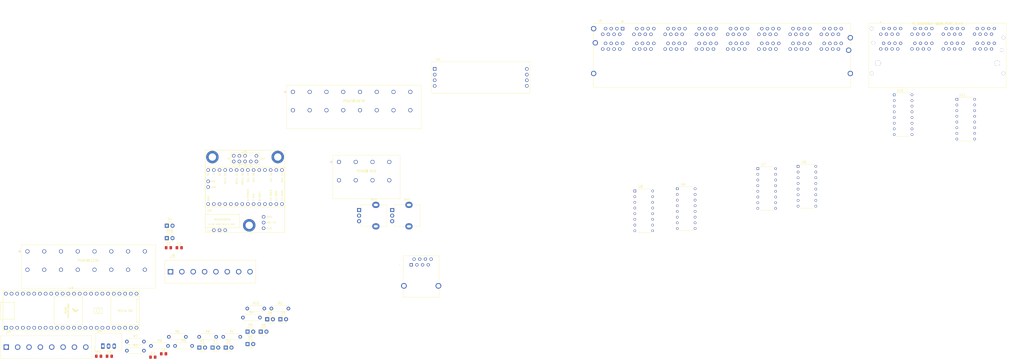
<source format=kicad_pcb>
(kicad_pcb (version 20211014) (generator pcbnew)
  (layers (0 "F.Cu" signal) (1 "In1.Cu" signal) (2 "In2.Cu" signal) (31 "B.Cu" signal) (34 "B.Paste" user) (35 "F.Paste" user) (36 "B.SilkS" user "B.Silkscreen") (37 "F.SilkS" user "F.Silkscreen") (38 "B.Mask" user) (39 "F.Mask" user) (44 "Edge.Cuts" user))
  (net 0 "")
  (net 1 "+5V")
  (net 2 "GND")
  (net 3 "Net-(D1-Pad1)")
  (net 4 "+12V")
  (net 5 "Net-(D2-Pad1)")
  (net 6 "/12V-02")
  (net 7 "Net-(D3-Pad1)")
  (net 8 "/12V-03")
  (net 9 "Net-(D4-Pad1)")
  (net 10 "/12V-04")
  (net 11 "Net-(D5-Pad1)")
  (net 12 "/12V-05")
  (net 13 "Net-(D6-Pad1)")
  (net 14 "/12V-06")
  (net 15 "Net-(D7-Pad1)")
  (net 16 "/12V-07")
  (net 17 "Net-(D8-Pad1)")
  (net 18 "/12V-08")
  (net 19 "Net-(D9-Pad1)")
  (net 20 "/12V-09")
  (net 21 "Net-(D10-Pad1)")
  (net 22 "/12V-10")
  (net 23 "/PIN_10")
  (net 24 "/PIN_11")
  (net 25 "/PIN_12")
  (net 26 "/PIN_15")
  (net 27 "/PIN_1")
  (net 28 "/PIN_6")
  (net 29 "/A-00")
  (net 30 "/B-00")
  (net 31 "/A-01")
  (net 32 "/B-01")
  (net 33 "/A-02")
  (net 34 "/B-02")
  (net 35 "/A-03")
  (net 36 "/B-03")
  (net 37 "/A-04")
  (net 38 "/B-04")
  (net 39 "/A-05")
  (net 40 "/B-05")
  (net 41 "/A-06")
  (net 42 "/B-06")
  (net 43 "/A-07")
  (net 44 "/B-07")
  (net 45 "/A-08")
  (net 46 "/B-08")
  (net 47 "/A-09")
  (net 48 "/B-09")
  (net 49 "/A-10")
  (net 50 "/B-10")
  (net 51 "/A-11")
  (net 52 "/B-11")
  (net 53 "/A-12")
  (net 54 "/B-12")
  (net 55 "/A-13")
  (net 56 "/B-13")
  (net 57 "/A-14")
  (net 58 "/B-14")
  (net 59 "/A-15")
  (net 60 "/B-15")
  (net 61 "+3V3")
  (net 62 "/AUDIO_LINE_IN_GND")
  (net 63 "/AUDIO_LINE_IN_L")
  (net 64 "/AUDIO_LINE_IN_R")
  (net 65 "/PHONE_JACK_SW")
  (net 66 "/POT_ANTENNA")
  (net 67 "/POT_WHIPS")
  (net 68 "/RX_KEYPAD")
  (net 70 "/LED-01")
  (net 71 "/LED-02")
  (net 72 "/LED-03")
  (net 73 "/LED-04")
  (net 74 "/LED-00")
  (net 76 "/LED-05")
  (net 77 "/LED-06")
  (net 78 "/LED-07")
  (net 79 "/LED-08")
  (net 80 "/LED-09")
  (net 81 "/LED-10")
  (net 82 "/LED-11")
  (net 83 "/LED-12")
  (net 84 "/LED-13")
  (net 85 "/LED-14")
  (net 86 "/LED-15")
  (net 87 "/LED-16")
  (net 88 "/LED-17")
  (net 89 "/LED-21")
  (net 90 "/AUDIO_DOUT")
  (net 91 "/AUDIO_DIN")
  (net 92 "/LED-20")
  (net 93 "/LED-19")
  (net 94 "/LED-18")
  (net 96 "/LED-22")
  (net 97 "/AUDIO_SDA")
  (net 98 "/AUDIO_SCL")
  (net 99 "/AUDIO_LRCLK")
  (net 100 "/AUDIO_BCLK")
  (net 101 "/LED-23")
  (net 102 "/AUDIO_MCLK")
  (net 132 "/A-16")
  (net 133 "/B-16")
  (net 134 "/B-17")
  (net 135 "/A-17")
  (net 136 "/A-18")
  (net 137 "/B-18")
  (net 138 "/B-19")
  (net 139 "/A-19")
  (net 140 "/A-20")
  (net 141 "/B-20")
  (net 142 "/B-21")
  (net 143 "/A-21")
  (net 144 "/A-22")
  (net 145 "/B-22")
  (net 146 "/B-23")
  (net 147 "/A-23")
  (net 148 "Net-(J7-Pad5)")
  (net 149 "Net-(J7-Pad4)")
  (footprint "Resistor_THT:R_Axial_DIN0207_L6.3mm_D2.5mm_P7.62mm_Horizontal" (layer "F.Cu") (at -191.11 158.461)
    (fp_text reference "R7" (at 3.81 -2.37) (layer "F.SilkS"))
    (fp_text value "4.7k")
    (pad "1" thru_hole circle (at 0 0) (size 1.6 1.6) (drill 0.8) (layers *.Cu *.Mask) (net 15 "Net-(D7-Pad1)"))
    (pad "2" thru_hole oval (at 7.62 0) (size 1.6 1.6) (drill 0.8) (layers *.Cu *.Mask) (net 2 "GND"))
  )
  (footprint "Resistor_THT:R_Axial_DIN0207_L6.3mm_D2.5mm_P7.62mm_Horizontal" (layer "F.Cu") (at -139.24 147.721)
    (fp_text reference "R4" (at 3.81 -2.37) (layer "F.SilkS"))
    (fp_text value "4.7k")
    (pad "1" thru_hole circle (at 0 0) (size 1.6 1.6) (drill 0.8) (layers *.Cu *.Mask) (net 9 "Net-(D4-Pad1)"))
    (pad "2" thru_hole oval (at 7.62 0) (size 1.6 1.6) (drill 0.8) (layers *.Cu *.Mask) (net 2 "GND"))
  )
  (footprint "Resistor_THT:R_Axial_DIN0207_L6.3mm_D2.5mm_P7.62mm_Horizontal" (layer "F.Cu") (at -191.11 162.511)
    (fp_text reference "R2" (at 3.81 -2.37) (layer "F.SilkS"))
    (fp_text value "4.7k")
    (pad "1" thru_hole circle (at 0 0) (size 1.6 1.6) (drill 0.8) (layers *.Cu *.Mask) (net 5 "Net-(D2-Pad1)"))
    (pad "2" thru_hole oval (at 7.62 0) (size 1.6 1.6) (drill 0.8) (layers *.Cu *.Mask) (net 2 "GND"))
  )
  (footprint "Resistor_THT:R_Axial_DIN0207_L6.3mm_D2.5mm_P7.62mm_Horizontal" (layer "F.Cu") (at -148.03 156.341)
    (fp_text reference "R1" (at 3.81 -2.37) (layer "F.SilkS"))
    (fp_text value "4.7k")
    (pad "1" thru_hole circle (at 0 0) (size 1.6 1.6) (drill 0.8) (layers *.Cu *.Mask) (net 3 "Net-(D1-Pad1)"))
    (pad "2" thru_hole oval (at 7.62 0) (size 1.6 1.6) (drill 0.8) (layers *.Cu *.Mask) (net 2 "GND"))
  )
  (footprint "Joels KiCad Footprint Library:AM26C31CN" (layer "F.Cu") (at 95 90)
    (fp_text reference "U7" (at -1.425 -10.835) (layer "F.SilkS"))
    (fp_text value "AM26C31CN")
    (pad "1" thru_hole rect (at -3.97 -8.89) (size 1.13 1.13) (drill 0.78) (layers *.Cu *.Mask) (net 73 "/LED-04"))
    (pad "2" thru_hole circle (at -3.97 -6.35) (size 1.13 1.13) (drill 0.78) (layers *.Cu *.Mask) (net 37 "/A-04"))
    (pad "3" thru_hole circle (at -3.97 -3.81) (size 1.13 1.13) (drill 0.78) (layers *.Cu *.Mask) (net 38 "/B-04"))
    (pad "4" thru_hole circle (at -3.97 -1.27) (size 1.13 1.13) (drill 0.78) (layers *.Cu *.Mask) (net 2 "GND"))
    (pad "5" thru_hole circle (at -3.97 1.27) (size 1.13 1.13) (drill 0.78) (layers *.Cu *.Mask) (net 40 "/B-05"))
    (pad "6" thru_hole circle (at -3.97 3.81) (size 1.13 1.13) (drill 0.78) (layers *.Cu *.Mask) (net 39 "/A-05"))
    (pad "7" thru_hole circle (at -3.97 6.35) (size 1.13 1.13) (drill 0.78) (layers *.Cu *.Mask) (net 76 "/LED-05"))
    (pad "8" thru_hole circle (at -3.97 8.89) (size 1.13 1.13) (drill 0.78) (layers *.Cu *.Mask) (net 2 "GND"))
    (pad "9" thru_hole circle (at 3.97 8.89) (size 1.13 1.13) (drill 0.78) (layers *.Cu *.Mask) (net 77 "/LED-06"))
    (pad "10" thru_hole circle (at 3.97 6.35) (size 1.13 1.13) (drill 0.78) (layers *.Cu *.Mask) (net 41 "/A-06"))
    (pad "11" thru_hole circle (at 3.97 3.81) (size 1.13 1.13) (drill 0.78) (layers *.Cu *.Mask) (net 42 "/B-06"))
    (pad "12" thru_hole circle (at 3.97 1.27) (size 1.13 1.13) (drill 0.78) (layers *.Cu *.Mask) (net 2 "GND"))
    (pad "13" thru_hole circle (at 3.97 -1.27) (size 1.13 1.13) (drill 0.78) (layers *.Cu *.Mask) (net 44 "/B-07"))
    (pad "14" thru_hole circle (at 3.97 -3.81) (size 1.13 1.13) (drill 0.78) (layers *.Cu *.Mask) (net 43 "/A-07"))
    (pad "15" thru_hole circle (at 3.97 -6.35) (size 1.13 1.13) (drill 0.78) (layers *.Cu *.Mask) (net 78 "/LED-07"))
    (pad "16" thru_hole circle (at 3.97 -8.89) (size 1.13 1.13) (drill 0.78) (layers *.Cu *.Mask) (net 1 "+5V"))
  )
  (footprint "Converter_DCDC:Converter_DCDC_TRACO_TSR-1_THT" (layer "F.Cu") (at -201.855 160.501)
    (fp_text reference "U4" (at -1.5 -6.71) (layer "F.SilkS"))
    (fp_text value "TSR_1-2450")
    (pad "1" thru_hole rect (at 0 0) (size 1.5 2.5) (drill 1) (layers *.Cu *.Mask) (net 4 "+12V"))
    (pad "2" thru_hole oval (at 2.54 0) (size 1.5 2.5) (drill 1) (layers *.Cu *.Mask) (net 2 "GND"))
    (pad "3" thru_hole oval (at 5.08 0) (size 1.5 2.5) (drill 1) (layers *.Cu *.Mask) (net 1 "+5V"))
  )
  (footprint "Joels KiCad Footprint Library:AM26C31CN" (layer "F.Cu") (at 184 59)
    (fp_text reference "U11" (at -1.425 -10.835) (layer "F.SilkS"))
    (fp_text value "AM26C31CN")
    (pad "1" thru_hole rect (at -3.97 -8.89) (size 1.13 1.13) (drill 0.78) (layers *.Cu *.Mask) (net 92 "/LED-20"))
    (pad "2" thru_hole circle (at -3.97 -6.35) (size 1.13 1.13) (drill 0.78) (layers *.Cu *.Mask) (net 140 "/A-20"))
    (pad "3" thru_hole circle (at -3.97 -3.81) (size 1.13 1.13) (drill 0.78) (layers *.Cu *.Mask) (net 141 "/B-20"))
    (pad "4" thru_hole circle (at -3.97 -1.27) (size 1.13 1.13) (drill 0.78) (layers *.Cu *.Mask) (net 2 "GND"))
    (pad "5" thru_hole circle (at -3.97 1.27) (size 1.13 1.13) (drill 0.78) (layers *.Cu *.Mask) (net 142 "/B-21"))
    (pad "6" thru_hole circle (at -3.97 3.81) (size 1.13 1.13) (drill 0.78) (layers *.Cu *.Mask) (net 143 "/A-21"))
    (pad "7" thru_hole circle (at -3.97 6.35) (size 1.13 1.13) (drill 0.78) (layers *.Cu *.Mask) (net 89 "/LED-21"))
    (pad "8" thru_hole circle (at -3.97 8.89) (size 1.13 1.13) (drill 0.78) (layers *.Cu *.Mask) (net 2 "GND"))
    (pad "9" thru_hole circle (at 3.97 8.89) (size 1.13 1.13) (drill 0.78) (layers *.Cu *.Mask) (net 96 "/LED-22"))
    (pad "10" thru_hole circle (at 3.97 6.35) (size 1.13 1.13) (drill 0.78) (layers *.Cu *.Mask) (net 144 "/A-22"))
    (pad "11" thru_hole circle (at 3.97 3.81) (size 1.13 1.13) (drill 0.78) (layers *.Cu *.Mask) (net 145 "/B-22"))
    (pad "12" thru_hole circle (at 3.97 1.27) (size 1.13 1.13) (drill 0.78) (layers *.Cu *.Mask) (net 2 "GND"))
    (pad "13" thru_hole circle (at 3.97 -1.27) (size 1.13 1.13) (drill 0.78) (layers *.Cu *.Mask) (net 146 "/B-23"))
    (pad "14" thru_hole circle (at 3.97 -3.81) (size 1.13 1.13) (drill 0.78) (layers *.Cu *.Mask) (net 147 "/A-23"))
    (pad "15" thru_hole circle (at 3.97 -6.35) (size 1.13 1.13) (drill 0.78) (layers *.Cu *.Mask) (net 101 "/LED-23"))
    (pad "16" thru_hole circle (at 3.97 -8.89) (size 1.13 1.13) (drill 0.78) (layers *.Cu *.Mask) (net 1 "+5V"))
  )
  (footprint "LED_THT:LED_D3.0mm" (layer "F.Cu") (at -152.8 161.141)
    (fp_text reference "D7" (at 1.27 -2.96) (layer "F.SilkS"))
    (fp_text value "LED")
    (pad "1" thru_hole rect (at 0 0) (size 1.8 1.8) (drill 0.9) (layers *.Cu *.Mask) (net 15 "Net-(D7-Pad1)"))
    (pad "2" thru_hole circle (at 2.54 0) (size 1.8 1.8) (drill 0.9) (layers *.Cu *.Mask) (net 16 "/12V-07"))
  )
  (footprint "Resistor_THT:R_Axial_DIN0207_L6.3mm_D2.5mm_P7.62mm_Horizontal" (layer "F.Cu") (at -180.34 160.391)
    (fp_text reference "R9" (at 3.81 -2.37) (layer "F.SilkS"))
    (fp_text value "4.7k")
    (pad "1" thru_hole circle (at 0 0) (size 1.6 1.6) (drill 0.8) (layers *.Cu *.Mask) (net 19 "Net-(D9-Pad1)"))
    (pad "2" thru_hole oval (at 7.62 0) (size 1.6 1.6) (drill 0.8) (layers *.Cu *.Mask) (net 2 "GND"))
  )
  (footprint "Joels KiCad Footprint Library:AM26C31CN" (layer "F.Cu") (at 40 100)
    (fp_text reference "U8" (at -1.425 -10.835) (layer "F.SilkS"))
    (fp_text value "AM26C31CN")
    (pad "1" thru_hole rect (at -3.97 -8.89) (size 1.13 1.13) (drill 0.78) (layers *.Cu *.Mask) (net 79 "/LED-08"))
    (pad "2" thru_hole circle (at -3.97 -6.35) (size 1.13 1.13) (drill 0.78) (layers *.Cu *.Mask) (net 45 "/A-08"))
    (pad "3" thru_hole circle (at -3.97 -3.81) (size 1.13 1.13) (drill 0.78) (layers *.Cu *.Mask) (net 46 "/B-08"))
    (pad "4" thru_hole circle (at -3.97 -1.27) (size 1.13 1.13) (drill 0.78) (layers *.Cu *.Mask) (net 2 "GND"))
    (pad "5" thru_hole circle (at -3.97 1.27) (size 1.13 1.13) (drill 0.78) (layers *.Cu *.Mask) (net 48 "/B-09"))
    (pad "6" thru_hole circle (at -3.97 3.81) (size 1.13 1.13) (drill 0.78) (layers *.Cu *.Mask) (net 47 "/A-09"))
    (pad "7" thru_hole circle (at -3.97 6.35) (size 1.13 1.13) (drill 0.78) (layers *.Cu *.Mask) (net 80 "/LED-09"))
    (pad "8" thru_hole circle (at -3.97 8.89) (size 1.13 1.13) (drill 0.78) (layers *.Cu *.Mask) (net 2 "GND"))
    (pad "9" thru_hole circle (at 3.97 8.89) (size 1.13 1.13) (drill 0.78) (layers *.Cu *.Mask) (net 81 "/LED-10"))
    (pad "10" thru_hole circle (at 3.97 6.35) (size 1.13 1.13) (drill 0.78) (layers *.Cu *.Mask) (net 49 "/A-10"))
    (pad "11" thru_hole circle (at 3.97 3.81) (size 1.13 1.13) (drill 0.78) (layers *.Cu *.Mask) (net 50 "/B-10"))
    (pad "12" thru_hole circle (at 3.97 1.27) (size 1.13 1.13) (drill 0.78) (layers *.Cu *.Mask) (net 2 "GND"))
    (pad "13" thru_hole circle (at 3.97 -1.27) (size 1.13 1.13) (drill 0.78) (layers *.Cu *.Mask) (net 52 "/B-11"))
    (pad "14" thru_hole circle (at 3.97 -3.81) (size 1.13 1.13) (drill 0.78) (layers *.Cu *.Mask) (net 51 "/A-11"))
    (pad "15" thru_hole circle (at 3.97 -6.35) (size 1.13 1.13) (drill 0.78) (layers *.Cu *.Mask) (net 82 "/LED-11"))
    (pad "16" thru_hole circle (at 3.97 -8.89) (size 1.13 1.13) (drill 0.78) (layers *.Cu *.Mask) (net 1 "+5V"))
  )
  (footprint "LED_THT:LED_D3.0mm" (layer "F.Cu") (at -158.7 161.141)
    (fp_text reference "D3" (at 1.27 -2.96) (layer "F.SilkS"))
    (fp_text value "LED")
    (pad "1" thru_hole rect (at 0 0) (size 1.8 1.8) (drill 0.9) (layers *.Cu *.Mask) (net 7 "Net-(D3-Pad1)"))
    (pad "2" thru_hole circle (at 2.54 0) (size 1.8 1.8) (drill 0.9) (layers *.Cu *.Mask) (net 8 "/12V-03"))
  )
  (footprint "LED_THT:LED_D3.0mm" (layer "F.Cu") (at -128.37 148.471)
    (fp_text reference "D8" (at 1.27 -2.96) (layer "F.SilkS"))
    (fp_text value "LED")
    (pad "1" thru_hole rect (at 0 0) (size 1.8 1.8) (drill 0.9) (layers *.Cu *.Mask) (net 17 "Net-(D8-Pad1)"))
    (pad "2" thru_hole circle (at 2.54 0) (size 1.8 1.8) (drill 0.9) (layers *.Cu *.Mask) (net 18 "/12V-08"))
  )
  (footprint "Joels KiCad Footprint Library:WAGO-2604-1308" (layer "F.Cu") (at -235.583408 118.121)
    (fp_text reference "J1" (at 27.250008 4.099999) (layer "F.SilkS"))
    (fp_text value "POWER 1234" (at 27.250008 4.099999) (layer "F.SilkS"))
    (fp_text user "*" (at 0 0) (layer "F.SilkS"))
    (pad "1" thru_hole circle (at 0.000007 0) (size 1.8034 1.8034) (drill 1.2954) (layers *.Cu *.Mask) (net 4 "+12V"))
    (pad "2" thru_hole circle (at 0.000007 8.199999) (size 1.8034 1.8034) (drill 1.2954) (layers *.Cu *.Mask) (net 4 "+12V"))
    (pad "3" thru_hole circle (at 7.500007 0) (size 1.8034 1.8034) (drill 1.2954) (layers *.Cu *.Mask) (net 2 "GND"))
    (pad "4" thru_hole circle (at 7.500007 8.199999) (size 1.8034 1.8034) (drill 1.2954) (layers *.Cu *.Mask) (net 2 "GND"))
    (pad "5" thru_hole circle (at 15.000007 0) (size 1.8034 1.8034) (drill 1.2954) (layers *.Cu *.Mask) (net 6 "/12V-02"))
    (pad "6" thru_hole circle (at 15.000007 8.199999) (size 1.8034 1.8034) (drill 1.2954) (layers *.Cu *.Mask) (net 6 "/12V-02"))
    (pad "7" thru_hole circle (at 22.500007 0) (size 1.8034 1.8034) (drill 1.2954) (layers *.Cu *.Mask) (net 2 "GND"))
    (pad "8" thru_hole circle (at 22.500007 8.199999) (size 1.8034 1.8034) (drill 1.2954) (layers *.Cu *.Mask) (net 2 "GND"))
    (pad "9" thru_hole circle (at 30.000008 0) (size 1.8034 1.8034) (drill 1.2954) (layers *.Cu *.Mask) (net 8 "/12V-03"))
    (pad "10" thru_hole circle (at 30.000008 8.199999) (size 1.8034 1.8034) (drill 1.2954) (layers *.Cu *.Mask) (net 8 "/12V-03"))
    (pad "11" thru_hole circle (at 37.500008 0) (size 1.8034 1.8034) (drill 1.2954) (layers *.Cu *.Mask) (net 2 "GND"))
    (pad "12" thru_hole circle (at 37.500008 8.199999) (size 1.8034 1.8034) (drill 1.2954) (layers *.Cu *.Mask) (net 2 "GND"))
    (pad "13" thru_hole circle (at 45.000008 0) (size 1.8034 1.8034) (drill 1.2954) (layers *.Cu *.Mask) (net 10 "/12V-04"))
    (pad "14" thru_hole circle (at 45.000008 8.199999) (size 1.8034 1.8034) (drill 1.2954) (layers *.Cu *.Mask) (net 10 "/12V-04"))
    (pad "15" thru_hole circle (at 52.500008 0) (size 1.8034 1.8034) (drill 1.2954) (layers *.Cu *.Mask) (net 2 "GND"))
    (pad "16" thru_hole circle (at 52.500008 8.199999) (size 1.8034 1.8034) (drill 1.2954) (layers *.Cu *.Mask) (net 2 "GND"))
  )
  (footprint "Joels KiCad Footprint Library:AM26C31CN" (layer "F.Cu") (at 113 89)
    (fp_text reference "U9" (at -1.425 -10.835) (layer "F.SilkS"))
    (fp_text value "AM26C31CN")
    (pad "1" thru_hole rect (at -3.97 -8.89) (size 1.13 1.13) (drill 0.78) (layers *.Cu *.Mask) (net 83 "/LED-12"))
    (pad "2" thru_hole circle (at -3.97 -6.35) (size 1.13 1.13) (drill 0.78) (layers *.Cu *.Mask) (net 53 "/A-12"))
    (pad "3" thru_hole circle (at -3.97 -3.81) (size 1.13 1.13) (drill 0.78) (layers *.Cu *.Mask) (net 54 "/B-12"))
    (pad "4" thru_hole circle (at -3.97 -1.27) (size 1.13 1.13) (drill 0.78) (layers *.Cu *.Mask) (net 2 "GND"))
    (pad "5" thru_hole circle (at -3.97 1.27) (size 1.13 1.13) (drill 0.78) (layers *.Cu *.Mask) (net 56 "/B-13"))
    (pad "6" thru_hole circle (at -3.97 3.81) (size 1.13 1.13) (drill 0.78) (layers *.Cu *.Mask) (net 55 "/A-13"))
    (pad "7" thru_hole circle (at -3.97 6.35) (size 1.13 1.13) (drill 0.78) (layers *.Cu *.Mask) (net 84 "/LED-13"))
    (pad "8" thru_hole circle (at -3.97 8.89) (size 1.13 1.13) (drill 0.78) (layers *.Cu *.Mask) (net 2 "GND"))
    (pad "9" thru_hole circle (at 3.97 8.89) (size 1.13 1.13) (drill 0.78) (layers *.Cu *.Mask) (net 85 "/LED-14"))
    (pad "10" thru_hole circle (at 3.97 6.35) (size 1.13 1.13) (drill 0.78) (layers *.Cu *.Mask) (net 57 "/A-14"))
    (pad "11" thru_hole circle (at 3.97 3.81) (size 1.13 1.13) (drill 0.78) (layers *.Cu *.Mask) (net 58 "/B-14"))
    (pad "12" thru_hole circle (at 3.97 1.27) (size 1.13 1.13) (drill 0.78) (layers *.Cu *.Mask) (net 2 "GND"))
    (pad "13" thru_hole circle (at 3.97 -1.27) (size 1.13 1.13) (drill 0.78) (layers *.Cu *.Mask) (net 60 "/B-15"))
    (pad "14" thru_hole circle (at 3.97 -3.81) (size 1.13 1.13) (drill 0.78) (layers *.Cu *.Mask) (net 59 "/A-15"))
    (pad "15" thru_hole circle (at 3.97 -6.35) (size 1.13 1.13) (drill 0.78) (layers *.Cu *.Mask) (net 86 "/LED-15"))
    (pad "16" thru_hole circle (at 3.97 -8.89) (size 1.13 1.13) (drill 0.78) (layers *.Cu *.Mask) (net 1 "+5V"))
  )
  (footprint "Resistor_THT:R_Axial_DIN0207_L6.3mm_D2.5mm_P7.62mm_Horizontal" (layer "F.Cu") (at -137.26 143.671)
    (fp_text reference "R10" (at 3.81 -2.37) (layer "F.SilkS"))
    (fp_text value "4.7k")
    (pad "1" thru_hole circle (at 0 0) (size 1.6 1.6) (drill 0.8) (layers *.Cu *.Mask) (net 21 "Net-(D10-Pad1)"))
    (pad "2" thru_hole oval (at 7.62 0) (size 1.6 1.6) (drill 0.8) (layers *.Cu *.Mask) (net 2 "GND"))
  )
  (footprint "Potentiometer_THT:Potentiometer_Alpha_RD901F-40-00D_Single_Vertical" (layer "F.Cu") (at -72.48 99.631)
    (fp_text reference "RV2" (at 6.71 -4.64 180) (layer "F.SilkS"))
    (fp_text value "100K")
    (pad "" thru_hole oval (at 7.5 7.3 90) (size 2.72 3.24) (drill oval 1.1 1.8) (layers *.Cu *.Mask))
    (pad "" thru_hole oval (at 7.5 -2.3 90) (size 2.72 3.24) (drill oval 1.1 1.8) (layers *.Cu *.Mask))
    (pad "1" thru_hole rect (at 0 0 90) (size 1.8 1.8) (drill 1) (layers *.Cu *.Mask) (net 2 "GND"))
    (pad "2" thru_hole circle (at 0 2.5 90) (size 1.8 1.8) (drill 1) (layers *.Cu *.Mask) (net 67 "/POT_WHIPS"))
    (pad "3" thru_hole circle (at 0 5 90) (size 1.8 1.8) (drill 1) (layers *.Cu *.Mask) (net 61 "+3V3"))
  )
  (footprint "Capacitor_SMD:C_0805_2012Metric_Pad1.18x1.45mm_HandSolder" (layer "F.Cu") (at -198.95 165.011)
    (fp_text reference "C6" (at 0 -1.68) (layer "F.SilkS"))
    (fp_text value "0.1 uF")
    (pad "1" smd roundrect (at -1.0375 0) (size 1.175 1.45) (layers "F.Cu" "F.Paste" "F.Mask") (roundrect_rratio 0.212766) (net 1 "+5V"))
    (pad "2" smd roundrect (at 1.0375 0) (size 1.175 1.45) (layers "F.Cu" "F.Paste" "F.Mask") (roundrect_rratio 0.212766) (net 2 "GND"))
  )
  (footprint "Joels KiCad Footprint Library:Max485-Module" (layer "F.Cu") (at -32.883 40.331)
    (fp_text reference "U1" (at -19.075 -8.135) (layer "F.SilkS"))
    (fp_text value "MAX485E")
    (pad "1" thru_hole rect (at -20.6 -3.81) (size 1.53 1.53) (drill 1.02) (layers *.Cu *.Mask) (net 68 "/RX_KEYPAD"))
    (pad "2" thru_hole circle (at -20.6 -1.27) (size 1.53 1.53) (drill 1.02) (layers *.Cu *.Mask) (net 2 "GND"))
    (pad "3" thru_hole circle (at -20.6 1.27) (size 1.53 1.53) (drill 1.02) (layers *.Cu *.Mask) (net 2 "GND"))
    (pad "4" thru_hole circle (at -20.6 3.81) (size 1.53 1.53) (drill 1.02) (layers *.Cu *.Mask))
    (pad "5" thru_hole circle (at 20.62 3.81) (size 1.53 1.53) (drill 1.02) (layers *.Cu *.Mask) (net 2 "GND"))
    (pad "6" thru_hole circle (at 20.62 1.27) (size 1.53 1.53) (drill 1.02) (layers *.Cu *.Mask) (net 148 "Net-(J7-Pad5)"))
    (pad "7" thru_hole circle (at 20.62 -1.27) (size 1.53 1.53) (drill 1.02) (layers *.Cu *.Mask) (net 149 "Net-(J7-Pad4)"))
    (pad "8" thru_hole circle (at 20.62 -3.81) (size 1.53 1.53) (drill 1.02) (layers *.Cu *.Mask) (net 61 "+3V3"))
  )
  (footprint "Capacitor_SMD:C_0805_2012Metric_Pad1.18x1.45mm_HandSolder" (layer "F.Cu") (at -172.52 116.481)
    (fp_text reference "C1" (at 0 -1.68) (layer "F.SilkS"))
    (fp_text value "0.1 uF")
    (pad "1" smd roundrect (at -1.0375 0) (size 1.175 1.45) (layers "F.Cu" "F.Paste" "F.Mask") (roundrect_rratio 0.212766) (net 1 "+5V"))
    (pad "2" smd roundrect (at 1.0375 0) (size 1.175 1.45) (layers "F.Cu" "F.Paste" "F.Mask") (roundrect_rratio 0.212766) (net 2 "GND"))
  )
  (footprint "LED_THT:LED_D3.0mm" (layer "F.Cu") (at -137.16 154.021)
    (fp_text reference "D9" (at 1.27 -2.96) (layer "F.SilkS"))
    (fp_text value "LED")
    (pad "1" thru_hole rect (at 0 0) (size 1.8 1.8) (drill 0.9) (layers *.Cu *.Mask) (net 19 "Net-(D9-Pad1)"))
    (pad "2" thru_hole circle (at 2.54 0) (size 1.8 1.8) (drill 0.9) (layers *.Cu *.Mask) (net 20 "/12V-09"))
  )
  (footprint "Capacitor_SMD:C_0805_2012Metric_Pad1.18x1.45mm_HandSolder" (layer "F.Cu") (at -203.76 165.011)
    (fp_text reference "C4" (at 0 -1.68) (layer "F.SilkS"))
    (fp_text value "0.1 uF")
    (pad "1" smd roundrect (at -1.0375 0) (size 1.175 1.45) (layers "F.Cu" "F.Paste" "F.Mask") (roundrect_rratio 0.212766) (net 1 "+5V"))
    (pad "2" smd roundrect (at 1.0375 0) (size 1.175 1.45) (layers "F.Cu" "F.Paste" "F.Mask") (roundrect_rratio 0.212766) (net 2 "GND"))
  )
  (footprint "Resistor_THT:R_Axial_DIN0207_L6.3mm_D2.5mm_P7.62mm_Horizontal" (layer "F.Cu") (at -158.8 156.341)
    (fp_text reference "R8" (at 3.81 -2.37) (layer "F.SilkS"))
    (fp_text value "4.7k")
    (pad "1" thru_hole circle (at 0 0) (size 1.6 1.6) (drill 0.8) (layers *.Cu *.Mask) (net 17 "Net-(D8-Pad1)"))
    (pad "2" thru_hole oval (at 7.62 0) (size 1.6 1.6) (drill 0.8) (layers *.Cu *.Mask) (net 2 "GND"))
  )
  (footprint "LED_THT:LED_D3.0mm" (layer "F.Cu") (at -173.25 112.201)
    (fp_text reference "D10" (at 1.27 -2.96) (layer "F.SilkS"))
    (fp_text value "LED")
    (pad "1" thru_hole rect (at 0 0) (size 1.8 1.8) (drill 0.9) (layers *.Cu *.Mask) (net 21 "Net-(D10-Pad1)"))
    (pad "2" thru_hole circle (at 2.54 0) (size 1.8 1.8) (drill 0.9) (layers *.Cu *.Mask) (net 22 "/12V-10"))
  )
  (footprint "Joels KiCad Footprint Library:Teensy41_Minimal" (layer "F.Cu") (at -216.03 144.661)
    (fp_text reference "U3" (at 0 -10.16) (layer "F.SilkS"))
    (fp_text value "Teensy4.1_Minimal")
    (fp_text user "DVJ6A" (at -2.54 -0.18 -90) (layer "F.SilkS") (effects (font (size 0.7 0.7))))
    (fp_text user "Micro SD" (at 24.13 0) (layer "F.SilkS"))
    (fp_text user "MIMXRT1062" (at -1.27 0 -90) (layer "F.SilkS") (effects (font (size 0.7 0.7))))
    (pad "1" thru_hole rect locked (at -29.21 7.62) (size 1.6 1.6) (drill 1.1) (layers *.Cu *.Mask) (net 2 "GND"))
    (pad "2" thru_hole circle locked (at -26.67 7.62) (size 1.6 1.6) (drill 1.1) (layers *.Cu *.Mask) (net 68 "/RX_KEYPAD"))
    (pad "3" thru_hole circle locked (at -24.13 7.62) (size 1.6 1.6) (drill 1.1) (layers *.Cu *.Mask) (net 27 "/PIN_1"))
    (pad "4" thru_hole circle locked (at -21.59 7.62) (size 1.6 1.6) (drill 1.1) (layers *.Cu *.Mask) (net 94 "/LED-18"))
    (pad "5" thru_hole circle locked (at -19.05 7.62) (size 1.6 1.6) (drill 1.1) (layers *.Cu *.Mask) (net 93 "/LED-19"))
    (pad "6" thru_hole circle locked (at -16.51 7.62) (size 1.6 1.6) (drill 1.1) (layers *.Cu *.Mask) (net 92 "/LED-20"))
    (pad "7" thru_hole circle locked (at -13.97 7.62) (size 1.6 1.6) (drill 1.1) (layers *.Cu *.Mask) (net 65 "/PHONE_JACK_SW"))
    (pad "8" thru_hole circle locked (at -11.43 7.62) (size 1.6 1.6) (drill 1.1) (layers *.Cu *.Mask) (net 28 "/PIN_6"))
    (pad "9" thru_hole circle locked (at -8.89 7.62) (size 1.6 1.6) (drill 1.1) (layers *.Cu *.Mask) (net 91 "/AUDIO_DIN"))
    (pad "10" thru_hole circle locked (at -6.35 7.62) (size 1.6 1.6) (drill 1.1) (layers *.Cu *.Mask) (net 90 "/AUDIO_DOUT"))
    (pad "11" thru_hole circle locked (at -3.81 7.62) (size 1.6 1.6) (drill 1.1) (layers *.Cu *.Mask) (net 89 "/LED-21"))
    (pad "12" thru_hole circle locked (at -1.27 7.62) (size 1.6 1.6) (drill 1.1) (layers *.Cu *.Mask) (net 23 "/PIN_10"))
    (pad "13" thru_hole circle locked (at 1.27 7.62) (size 1.6 1.6) (drill 1.1) (layers *.Cu *.Mask) (net 24 "/PIN_11"))
    (pad "14" thru_hole circle locked (at 3.81 7.62) (size 1.6 1.6) (drill 1.1) (layers *.Cu *.Mask) (net 25 "/PIN_12"))
    (pad "15" thru_hole circle locked (at 6.35 7.62) (size 1.6 1.6) (drill 1.1) (layers *.Cu *.Mask))
    (pad "16" thru_hole circle locked (at 8.89 7.62) (size 1.6 1.6) (drill 1.1) (layers *.Cu *.Mask) (net 74 "/LED-00"))
    (pad "17" thru_hole circle locked (at 11.43 7.62) (size 1.6 1.6) (drill 1.1) (layers *.Cu *.Mask) (net 70 "/LED-01"))
    (pad "18" thru_hole circle locked (at 13.97 7.62) (size 1.6 1.6) (drill 1.1) (layers *.Cu *.Mask) (net 71 "/LED-02"))
    (pad "19" thru_hole circle locked (at 16.51 7.62) (size 1.6 1.6) (drill 1.1) (layers *.Cu *.Mask) (net 72 "/LED-03"))
    (pad "20" thru_hole circle locked (at 19.05 7.62) (size 1.6 1.6) (drill 1.1) (layers *.Cu *.Mask) (net 73 "/LED-04"))
    (pad "21" thru_hole circle locked (at 21.59 7.62) (size 1.6 1.6) (drill 1.1) (layers *.Cu *.Mask) (net 76 "/LED-05"))
    (pad "22" thru_hole circle locked (at 24.13 7.62) (size 1.6 1.6) (drill 1.1) (layers *.Cu *.Mask) (net 77 "/LED-06"))
    (pad "23" thru_hole circle locked (at 26.67 7.62) (size 1.6 1.6) (drill 1.1) (layers *.Cu *.Mask) (net 78 "/LED-07"))
    (pad "24" thru_hole circle locked (at 29.21 7.62) (size 1.6 1.6) (drill 1.1) (layers *.Cu *.Mask) (net 79 "/LED-08"))
    (pad "25" thru_hole circle locked (at 29.21 -7.62) (size 1.6 1.6) (drill 1.1) (layers *.Cu *.Mask) (net 80 "/LED-09"))
    (pad "26" thru_hole circle locked (at 26.67 -7.62) (size 1.6 1.6) (drill 1.1) (layers *.Cu *.Mask) (net 81 "/LED-10"))
    (pad "27" thru_hole circle locked (at 24.13 -7.62) (size 1.6 1.6) (drill 1.1) (layers *.Cu *.Mask) (net 82 "/LED-11"))
    (pad "28" thru_hole circle locked (at 21.59 -7.62) (size 1.6 1.6) (drill 1.1) (layers *.Cu *.Mask) (net 83 "/LED-12"))
    (pad "29" thru_hole circle locked (at 19.05 -7.62) (size 1.6 1.6) (drill 1.1) (layers *.Cu *.Mask) (net 84 "/LED-13"))
    (pad "30" thru_hole circle locked (at 16.51 -7.62) (size 1.6 1.6) (drill 1.1) (layers *.Cu *.Mask) (net 85 "/LED-14"))
    (pad "31" thru_hole circle locked (at 13.97 -7.62) (size 1.6 1.6) (drill 1.1) (layers *.Cu *.Mask) (net 86 "/LED-15"))
    (pad "32" thru_hole circle locked (at 11.43 -7.62) (size 1.6 1.6) (drill 1.1) (layers *.Cu *.Mask) (net 87 "/LED-16"))
    (pad "33" thru_hole circle locked (at 8.89 -7.62) (size 1.6 1.6) (drill 1.1) (layers *.Cu *.Mask) (net 88 "/LED-17"))
    (pad "34" thru_hole circle locked (at 6.35 -7.62) (size 1.6 1.6) (drill 1.1) (layers *.Cu *.Mask) (net 2 "GND"))
    (pad "35" thru_hole circle locked (at 3.81 -7.62) (size 1.6 1.6) (drill 1.1) (layers *.Cu *.Mask))
    (pad "36" thru_hole circle locked (at 1.27 -7.62) (size 1.6 1.6) (drill 1.1) (layers *.Cu *.Mask) (net 96 "/LED-22"))
    (pad "37" thru_hole circle locked (at -1.27 -7.62) (size 1.6 1.6) (drill 1.1) (layers *.Cu *.Mask) (net 26 "/PIN_15"))
    (pad "38" thru_hole circle locked (at -3.81 -7.62) (size 1.6 1.6) (drill 1.1) (layers *.Cu *.Mask) (net 67 "/POT_WHIPS"))
    (pad "39" thru_hole circle locked (at -6.35 -7.62) (size 1.6 1.6) (drill 1.1) (layers *.Cu *.Mask) (net 66 "/POT_ANTENNA"))
    (pad "40" thru_hole circle locked (at -8.89 -7.62) (size 1.6 1.6) (drill 1.1) (layers *.Cu *.Mask) (net 97 "/AUDIO_SDA"))
    (pad "41" thru_hole circle locked (at -11.43 -7.62) (size 1.6 1.6) (drill 1.1) (layers *.Cu *.Mask) (net 98 "/AUDIO_SCL"))
    (pad "42" thru_hole circle locked (at -13.97 -7.62) (size 1.6 1.6) (drill 1.1) (layers *.Cu *.Mask) (net 99 "/AUDIO_LRCLK"))
    (pad "43" thru_hole circle locked (at -16.51 -7.62) (size 1.6 1.6) (drill 1.1) (layers *.Cu *.Mask) (net 100 "/AUDIO_BCLK"))
    (pad "44" thru_hole circle locked (at -19.05 -7.62) (size 1.6 1.6) (drill 1.1) (layers *.Cu *.Mask) (net 101 "/LED-23"))
    (pad "45" thru_hole circle locked (at -21.59 -7.62) (size 1.6 1.6) (drill 1.1) (layers *.Cu *.Mask) (net 102 "/AUDIO_MCLK"))
    (pad "46" thru_hole circle locked (at -24.13 -7.62) (size 1.6 1.6) (drill 1.1) (layers *.Cu *.Mask) (net 61 "+3V3"))
    (pad "47" thru_hole circle locked (at -26.67 -7.62) (size 1.6 1.6) (drill 1.1) (layers *.Cu *.Mask) (net 2 "GND"))
    (pad "48" thru_hole circle locked (at -29.21 -7.62) (size 1.6 1.6) (drill 1.1) (layers *.Cu *.Mask) (net 1 "+5V"))
  )
  (footprint "LED_THT:LED_D3.0mm" (layer "F.Cu") (at -173.25 106.651)
    (fp_text reference "D4" (at 1.27 -2.96) (layer "F.SilkS"))
    (fp_text value "LED")
    (pad "1" thru_hole rect (at 0 0) (size 1.8 1.8) (drill 0.9) (layers *.Cu *.Mask) (net 9 "Net-(D4-Pad1)"))
    (pad "2" thru_hole circle (at 2.54 0) (size 1.8 1.8) (drill 0.9) (layers *.Cu *.Mask) (net 10 "/12V-04"))
  )
  (footprint "Joels KiCad Footprint Library:AM26C31CN" (layer "F.Cu") (at 156 57)
    (fp_text reference "U10" (at -1.425 -10.835) (layer "F.SilkS"))
    (fp_text value "AM26C31CN")
    (pad "1" thru_hole rect (at -3.97 -8.89) (size 1.13 1.13) (drill 0.78) (layers *.Cu *.Mask) (net 87 "/LED-16"))
    (pad "2" thru_hole circle (at -3.97 -6.35) (size 1.13 1.13) (drill 0.78) (layers *.Cu *.Mask) (net 132 "/A-16"))
    (pad "3" thru_hole circle (at -3.97 -3.81) (size 1.13 1.13) (drill 0.78) (layers *.Cu *.Mask) (net 133 "/B-16"))
    (pad "4" thru_hole circle (at -3.97 -1.27) (size 1.13 1.13) (drill 0.78) (layers *.Cu *.Mask) (net 2 "GND"))
    (pad "5" thru_hole circle (at -3.97 1.27) (size 1.13 1.13) (drill 0.78) (layers *.Cu *.Mask) (net 134 "/B-17"))
    (pad "6" thru_hole circle (at -3.97 3.81) (size 1.13 1.13) (drill 0.78) (layers *.Cu *.Mask) (net 135 "/A-17"))
    (pad "7" thru_hole circle (at -3.97 6.35) (size 1.13 1.13) (drill 0.78) (layers *.Cu *.Mask) (net 88 "/LED-17"))
    (pad "8" thru_hole circle (at -3.97 8.89) (size 1.13 1.13) (drill 0.78) (layers *.Cu *.Mask) (net 2 "GND"))
    (pad "9" thru_hole circle (at 3.97 8.89) (size 1.13 1.13) (drill 0.78) (layers *.Cu *.Mask) (net 94 "/LED-18"))
    (pad "10" thru_hole circle (at 3.97 6.35) (size 1.13 1.13) (drill 0.78) (layers *.Cu *.Mask) (net 136 "/A-18"))
    (pad "11" thru_hole circle (at 3.97 3.81) (size 1.13 1.13) (drill 0.78) (layers *.Cu *.Mask) (net 137 "/B-18"))
    (pad "12" thru_hole circle (at 3.97 1.27) (size 1.13 1.13) (drill 0.78) (layers *.Cu *.Mask) (net 2 "GND"))
    (pad "13" thru_hole circle (at 3.97 -1.27) (size 1.13 1.13) (drill 0.78) (layers *.Cu *.Mask) (net 138 "/B-19"))
    (pad "14" thru_hole circle (at 3.97 -3.81) (size 1.13 1.13) (drill 0.78) (layers *.Cu *.Mask) (net 139 "/A-19"))
    (pad "15" thru_hole circle (at 3.97 -6.35) (size 1.13 1.13) (drill 0.78) (layers *.Cu *.Mask) (net 93 "/LED-19"))
    (pad "16" thru_hole circle (at 3.97 -8.89) (size 1.13 1.13) (drill 0.78) (layers *.Cu *.Mask) (net 1 "+5V"))
  )
  (footprint "Capacitor_SMD:C_0805_2012Metric_Pad1.18x1.45mm_HandSolder" (layer "F.Cu") (at -167.71 116.481)
    (fp_text reference "C3" (at 0 -1.68) (layer "F.SilkS"))
    (fp_text value "0.1 uF")
    (pad "1" smd roundrect (at -1.0375 0) (size 1.175 1.45) (layers "F.Cu" "F.Paste" "F.Mask") (roundrect_rratio 0.212766) (net 1 "+5V"))
    (pad "2" smd roundrect (at 1.0375 0) (size 1.175 1.45) (layers "F.Cu" "F.Paste" "F.Mask") (roundrect_rratio 0.212766) (net 2 "GND"))
  )
  (footprint "LED_THT:LED_D3.0mm" (layer "F.Cu") (at -137.16 159.571)
    (fp_text reference "D1" (at 1.27 -2.96) (layer "F.SilkS"))
    (fp_text value "LED")
    (pad "1" thru_hole rect (at 0 0) (size 1.8 1.8) (drill 0.9) (layers *.Cu *.Mask) (net 3 "Net-(D1-Pad1)"))
    (pad "2" thru_hole circle (at 2.54 0) (size 1.8 1.8) (drill 0.9) (layers *.Cu *.Mask) (net 4 "+12V"))
  )
  (footprint "Joels KiCad Footprint Library:WAGO-2604-1304" (layer "F.Cu") (at -96.272101 78.121)
    (fp_text reference "J3" (at 12.250001 4.099999) (layer "F.SilkS"))
    (fp_text value "POWER 910" (at 12.250001 4.099999) (layer "F.SilkS"))
    (fp_text user "*" (at 0 0) (layer "F.SilkS"))
    (pad "1" thru_hole circle (at 0 0) (size 1.8034 1.8034) (drill 1.2954) (layers *.Cu *.Mask) (net 20 "/12V-09"))
    (pad "2" thru_hole circle (at 0 8.199999) (size 1.8034 1.8034) (drill 1.2954) (layers *.Cu *.Mask) (net 20 "/12V-09"))
    (pad "3" thru_hole circle (at 7.5 0) (size 1.8034 1.8034) (drill 1.2954) (layers *.Cu *.Mask) (net 2 "GND"))
    (pad "4" thru_hole circle (at 7.5 8.199999) (size 1.8034 1.8034) (drill 1.2954) (layers *.Cu *.Mask) (net 2 "GND"))
    (pad "5" thru_hole circle (at 15.000001 0) (size 1.8034 1.8034) (drill 1.2954) (layers *.Cu *.Mask) (net 22 "/12V-10"))
    (pad "6" thru_hole circle (at 15.000001 8.199999) (size 1.8034 1.8034) (drill 1.2954) (layers *.Cu *.Mask) (net 22 "/12V-10"))
    (pad "7" thru_hole circle (at 22.500001 0) (size 1.8034 1.8034) (drill 1.2954) (layers *.Cu *.Mask) (net 2 "GND"))
    (pad "8" thru_hole circle (at 22.500001 8.199999) (size 1.8034 1.8034) (drill 1.2954) (layers *.Cu *.Mask) (net 2 "GND"))
  )
  (footprint "Joels KiCad Footprint Library:TE_5569262-1_08_Port_RJ45_New" (layer "F.Cu") (at 146 21)
    (fp_text reference "J6" (at 25.4 -4.699) (layer "F.SilkS"))
    (fp_text value "TE_5569262-1_08_PORT_RJ45" (at 25.4 -4.699) (layer "F.SilkS"))
    (fp_text user "*" (at 0 0) (layer "F.SilkS"))
    (pad "1" thru_hole circle (at 0 0) (size 1.397 1.397) (drill 0.889) (layers *.Cu *.Mask) (net 2 "GND"))
    (pad "2" thru_hole circle (at 1.27 -2.54) (size 1.397 1.397) (drill 0.889) (layers *.Cu *.Mask) (net 2 "GND"))
    (pad "3" thru_hole circle (at 2.54 0) (size 1.397 1.397) (drill 0.889) (layers *.Cu *.Mask) (net 2 "GND"))
    (pad "4" thru_hole circle (at 3.81 -2.54) (size 1.397 1.397) (drill 0.889) (layers *.Cu *.Mask) (net 133 "/B-16"))
    (pad "5" thru_hole circle (at 5.08 0) (size 1.397 1.397) (drill 0.889) (layers *.Cu *.Mask) (net 132 "/A-16"))
    (pad "6" thru_hole circle (at 6.35 -2.54) (size 1.397 1.397) (drill 0.889) (layers *.Cu *.Mask) (net 18 "/12V-08"))
    (pad "7" thru_hole circle (at 7.62 0) (size 1.397 1.397) (drill 0.889) (layers *.Cu *.Mask) (net 18 "/12V-08"))
    (pad "8" thru_hole circle (at 8.89 -2.54) (size 1.397 1.397) (drill 0.889) (layers *.Cu *.Mask) (net 18 "/12V-08"))
    (pad "9" thru_hole circle (at 13.97 0) (size 1.397 1.397) (drill 0.889) (layers *.Cu *.Mask) (net 2 "GND"))
    (pad "10" thru_hole circle (at 15.24 -2.54) (size 1.397 1.397) (drill 0.889) (layers *.Cu *.Mask) (net 2 "GND"))
    (pad "11" thru_hole circle (at 16.51 0) (size 1.397 1.397) (drill 0.889) (layers *.Cu *.Mask) (net 2 "GND"))
    (pad "12" thru_hole circle (at 17.78 -2.54) (size 1.397 1.397) (drill 0.889) (layers *.Cu *.Mask) (net 138 "/B-19"))
    (pad "13" thru_hole circle (at 19.05 0) (size 1.397 1.397) (drill 0.889) (layers *.Cu *.Mask) (net 139 "/A-19"))
    (pad "14" thru_hole circle (at 20.32 -2.54) (size 1.397 1.397) (drill 0.889) (layers *.Cu *.Mask) (net 18 "/12V-08"))
    (pad "15" thru_hole circle (at 21.59 0) (size 1.397 1.397) (drill 0.889) (layers *.Cu *.Mask) (net 18 "/12V-08"))
    (pad "16" thru_hole circle (at 22.86 -2.54) (size 1.397 1.397) (drill 0.889) (layers *.Cu *.Mask) (net 18 "/12V-08"))
    (pad "17" thru_hole circle (at 27.94 0) (size 1.397 1.397) (drill 0.889) (layers *.Cu *.Mask) (net 2 "GND"))
    (pad "18" thru_hole circle (at 29.21 -2.54) (size 1.397 1.397) (drill 0.889) (layers *.Cu *.Mask) (net 2 "GND"))
    (pad "19" thru_hole circle (at 30.48 0) (size 1.397 1.397) (drill 0.889) (layers *.Cu *.Mask) (net 2 "GND"))
    (pad "20" thru_hole circle (at 31.75 -2.54) (size 1.397 1.397) (drill 0.889) (layers *.Cu *.Mask) (net 141 "/B-20"))
    (pad "21" thru_hole circle (at 33.02 0) (size 1.397 1.397) (drill 0.889) (layers *.Cu *.Mask) (net 140 "/A-20"))
    (pad "22" thru_hole circle (at 34.29 -2.54) (size 1.397 1.397) (drill 0.889) (layers *.Cu *.Mask) (net 20 "/12V-09"))
    (pad "23" thru_hole circle (at 35.56 0) (size 1.397 1.397) (drill 0.889) (layers *.Cu *.Mask) (net 20 "/12V-09"))
    (pad "24" thru_hole circle (at 36.83 -2.54) (size 1.397 1.397) (drill 0.889) (layers *.Cu *.Mask) (net 20 "/12V-09"))
    (pad "25" thru_hole circle (at 41.91 0) (size 1.397 1.397) (drill 0.889) (layers *.Cu *.Mask) (net 2 "GND"))
    (pad "26" thru_hole circle (at 43.18 -2.54) (size 1.397 1.397) (drill 0.889) (layers *.Cu *.Mask) (net 2 "GND"))
    (pad "27" thru_hole circle (at 44.45 0) (size 1.397 1.397) (drill 0.889) (layers *.Cu *.Mask) (net 2 "GND"))
    (pad "28" thru_hole circle (at 45.72 -2.54) (size 1.397 1.397) (drill 0.889) (layers *.Cu *.Mask) (net 146 "/B-23"))
    (pad "29" thru_hole circle (at 46.99 0) (size 1.397 1.397) (drill 0.889) (layers *.Cu *.Mask) (net 147 "/A-23"))
    (pad "30" thru_hole circle (at 48.26 -2.54) (size 1.397 1.397) (drill 0.889) (layers *.Cu *.Mask) (net 20 "/12V-09"))
    (pad "31" thru_hole circle (at 49.53 0) (size 1.397 1.397) (drill 0.889) (layers *.Cu *.Mask) (net 20 "/12V-09"))
    (pad "32" thru_hole circle (at 50.8 -2.54) (size 1.397 1.397) (drill 0.889) (layers *.Cu *.Mask) (net 20 "/12V-09"))
    (pad "33" thru_hole circle (at 0 6.604) (size 1.397 1.397) (drill 0.889) (layers *.Cu *.Mask) (net 20 "/12V-09"))
    (pad "34" thru_hole circle (at 1.27 4.064) (size 1.397 1.397) (drill 0.889) (layers *.Cu *.Mask) (net 20 "/12V-09"))
    (pad "35" thru_hole circle (at 2.54 6.604) (size 1.397 1.397) (drill 0.889) (layers *.Cu *.Mask) (net 20 "/12V-09"))
    (pad "36" thru_hole circle (at 3.81 4.064) (size 1.397 1.397) (drill 0.889) (layers *.Cu *.Mask) (net 135 "/A-17"))
    (pad "37" thru_hole circle (at 5.08 6.604) (size 1.397 1.397) (drill 0.889) (layers *.Cu *.Mask) (net 134 "/B-17"))
    (pad "38" thru_hole circle (at 6.35 4.064) (size 1.397 1.397) (drill 0.889) (layers *.Cu *.Mask) (net 2 "GND"))
    (pad "39" thru_hole circle (at 7.62 6.604) (size 1.397 1.397) (drill 0.889) (layers *.Cu *.Mask) (net 2 "GND"))
    (pad "40" thru_hole circle (at 8.89 4.064) (size 1.397 1.397) (drill 0.889) (layers *.Cu *.Mask) (net 2 "GND"))
    (pad "41" thru_hole circle (at 13.97 6.604) (size 1.397 1.397) (drill 0.889) (layers *.Cu *.Mask) (net 22 "/12V-10"))
    (pad "42" thru_hole circle (at 15.24 4.064) (size 1.397 1.397) (drill 0.889) (layers *.Cu *.Mask) (net 22 "/12V-10"))
    (pad "43" thru_hole circle (at 16.51 6.604) (size 1.397 1.397) (drill 0.889) (layers *.Cu *.Mask) (net 22 "/12V-10"))
    (pad "44" thru_hole circle (at 17.78 4.064) (size 1.397 1.397) (drill 0.889) (layers *.Cu *.Mask) (net 136 "/A-18"))
    (pad "45" thru_hole circle (at 19.05 6.604) (size 1.397 1.397) (drill 0.889) (layers *.Cu *.Mask) (net 137 "/B-18"))
    (pad "46" thru_hole circle (at 20.32 4.064) (size 1.397 1.397) (drill 0.889) (layers *.Cu *.Mask) (net 2 "GND"))
    (pad "47" thru_hole circle (at 21.59 6.604) (size 1.397 1.397) (drill 0.889) (layers *.Cu *.Mask) (net 2 "GND"))
    (pad "48" thru_hole circle (at 22.86 4.064) (size 1.397 1.397) (drill 0.889) (layers *.Cu *.Mask) (net 2 "GND"))
    (pad "49" thru_hole circle (at 27.94 6.604) (size 1.397 1.397) (drill 0.889) (layers *.Cu *.Mask) (net 22 "/12V-10"))
    (pad "50" thru_hole circle (at 29.21 4.064) (size 1.397 1.397) (drill 0.889) (layers *.Cu *.Mask) (net 22 "/12V-10"))
    (pad "51" thru_hole circle (at 30.48 6.604) (size 1.397 1.397) (drill 0.889) (layers *.Cu *.Mask) (net 22 "/12V-10"))
    (pad "52" thru_hole circle (at 31.75 4.064) (size 1.397 1.397) (drill 0.889) (layers *.Cu *.Mask) (net 143 "/A-21"))
    (pad "53" thru_hole circle (at 33.02 6.604) (size 1.397 1.397) (drill 0.889) (layers *.Cu *.Mask) (net 142 "/B-21"))
    (pad "54" thru_hole circle (at 34.29 4.064) (size 1.397 1.397) (drill 0.889) (layers *.Cu *.Mask) (net 2 "GND"))
    (pad "55" thru_hole circle (at 35.56 6.604) (size 1.397 1.397) (drill 0.889) (layers *.Cu *.Mask) (net 2 "GND"))
    (pad "56" thru_hole circle (at 36.83 4.064) (size 1.397 1.397) (drill 0.889) (layers *.Cu *.Mask) (net 2 "GND"))
    (pad "57" thru_hole circle (at 41.91 6.604) (size 1.397 1.397) (drill 0.889) (layers *.Cu *.Mask) (net 22 "/12V-10"))
    (pad "58" thru_hole circle (at 43.18 4.064) (size 1.397 1.397) (drill 0.889) (layers *.Cu *.Mask) (net 22 "/12V-10"))
    (pad "59" thru_hole circle (at 44.45 6.604) (size 1.397 1.397) (drill 0.889) (layers *.Cu *.Mask) (net 22 "/12V-10"))
    (pad "60" thru_hole circle (at 45.72 4.064) (size 1.397 1.397) (drill 0.889) (layers *.Cu *.Mask) (net 144 "/A-22"))
    (pad "61" thru_hole circle (at 46.99 6.604) (size 1.397 1.397) (drill 0.889) (layers *.Cu *.Mask) (net 145 "/B-22"))
    (pad "62" thru_hole circle (at 48.26 4.064) (size 1.397 1.397) (drill 0.889) (layers *.Cu *.Mask) (net 2 "GND"))
    (pad "63" thru_hole circle (at 49.53 6.604) (size 1.397 1.397) (drill 0.889) (layers *.Cu *.Mask) (net 2 "GND"))
    (pad "64" thru_hole circle (at 50.8 4.064) (size 1.397 1.397) (drill 0.889) (layers *.Cu *.Mask) (net 2 "GND"))
    (pad "65" thru_hole circle (at -1.27 12.954) (size 2.54 2.54) (drill 2.54) (layers *.Cu *.Mask))
    (pad "66" thru_hole circle (at 52.07 12.954) (size 2.54 2.54) (drill 2.54) (layers *.Cu *.Mask))
    (pad "67" thru_hole circle (at -4.064 17.526) (size 1.5748 1.5748) (drill 1.5748) (layers *.Cu *.Mask) (net 2 "GND"))
    (pad "68" thru_hole circle (at 54.864 17.526) (size 1.5748 1.5748) (drill 1.5748) (layers *.Cu *.Mask) (net 2 "GND"))
    (pad "69" thru_hole circle (at -4.064 -2.54) (size 1.5748 1.5748) (drill 1.5748) (layers *.Cu *.Mask) (net 2 "GND"))
    (pad "70" thru_hole circle (at -3.302 3.81) (size 1.5748 1.5748) (drill 1.5748) (layers *.Cu *.Mask) (net 2 "GND"))
    (pad "71" thru_hole circle (at 54.864 1.524) (size 1.5748 1.5748) (drill 1.5748) (layers *.Cu *.Mask) (net 2 "GND"))
    (pad "72" thru_hole circle (at 54.102 7.112) (size 1.5748 1.5748) (drill 1.5748) (layers *.Cu *.Mask) (net 2 "GND"))
  )
  (footprint "LED_THT:LED_D3.0mm" (layer "F.Cu") (at -122.47 148.471)
    (fp_text reference "D5" (at 1.27 -2.96) (layer "F.SilkS"))
    (fp_text value "LED")
    (pad "1" thru_hole rect (at 0 0) (size 1.8 1.8) (drill 0.9) (layers *.Cu *.Mask) (net 11 "Net-(D5-Pad1)"))
    (pad "2" thru_hole circle (at 2.54 0) (size 1.8 1.8) (drill 0.9) (layers *.Cu *.Mask) (net 12 "/12V-05"))
  )
  (footprint "Joels KiCad Footprint Library:RJ45-ASSMANN_A-2004-1-4-LP-N-R" (layer "F.Cu") (at -59.52 130.481)
    (fp_text reference "J7" (at -5.78656 -11.5496) (layer "F.SilkS") (effects (font (thickness 0.015))))
    (fp_text value "RJ45_Shielded")
    (pad "" np_thru_hole circle locked (at 5.715 0) (size 3.2 3.2) (drill 3.2) (layers *.Cu *.Mask))
    (pad "" np_thru_hole circle locked (at -5.715 0) (size 3.2 3.2) (drill 3.2) (layers *.Cu *.Mask))
    (pad "1" thru_hole rect locked (at -4.445 -6.35) (size 1.408 1.408) (drill 0.9) (layers *.Cu *.Mask) (net 4 "+12V"))
    (pad "2" thru_hole circle locked (at -3.175 -8.89) (size 1.408 1.408) (drill 0.9) (layers *.Cu *.Mask) (net 4 "+12V"))
    (pad "3" thru_hole circle locked (at -1.905 -6.35) (size 1.408 1.408) (drill 0.9) (layers *.Cu *.Mask) (net 4 "+12V"))
    (pad "4" thru_hole circle locked (at -0.635 -8.89) (size 1.408 1.408) (drill 0.9) (layers *.Cu *.Mask) (net 149 "Net-(J7-Pad4)"))
    (pad "5" thru_hole circle locked (at 0.635 -6.35) (size 1.408 1.408) (drill 0.9) (layers *.Cu *.Mask) (net 148 "Net-(J7-Pad5)"))
    (pad "6" thru_hole circle locked (at 1.905 -8.89) (size 1.408 1.408) (drill 0.9) (layers *.Cu *.Mask) (net 2 "GND"))
    (pad "7" thru_hole circle locked (at 3.175 -6.35) (size 1.408 1.408) (drill 0.9) (layers *.Cu *.Mask) (net 2 "GND"))
    (pad "8" thru_hole circle locked (at 4.445 -8.89) (size 1.408 1.408) (drill 0.9) (layers *.Cu *.Mask) (net 2 "GND"))
    (pad "S1" thru_hole circle locked (at -7.715 3.05) (size 2.55 2.55) (drill 1.7) (layers *.Cu *.Mask) (net 2 "GND"))
    (pad "S2" thru_hole circle locked (at 7.715 3.05) (size 2.55 2.55) (drill 1.7) (layers *.Cu *.Mask) (net 2 "GND"))
  )
  (footprint "Potentiometer_THT:Potentiometer_Alpha_RD901F-40-00D_Single_Vertical" (layer "F.Cu") (at -87.28 99.631)
    (fp_text reference "RV1" (at 6.71 -4.64 180) (layer "F.SilkS"))
    (fp_text value "100K")
    (pad "" thru_hole oval (at 7.5 -2.3 90) (size 2.72 3.24) (drill oval 1.1 1.8) (layers *.Cu *.Mask))
    (pad "" thru_hole oval (at 7.5 7.3 90) (size 2.72 3.24) (drill oval 1.1 1.8) (layers *.Cu *.Mask))
    (pad "1" thru_hole rect (at 0 0 90) (size 1.8 1.8) (drill 1) (layers *.Cu *.Mask) (net 2 "GND"))
    (pad "2" thru_hole circle (at 0 2.5 90) (size 1.8 1.8) (drill 1) (layers *.Cu *.Mask) (net 66 "/POT_ANTENNA"))
    (pad "3" thru_hole circle (at 0 5 90) (size 1.8 1.8) (drill 1) (layers *.Cu *.Mask) (net 61 "+3V3"))
  )
  (footprint "Joels KiCad Footprint Library:Teensy4.0_Audioshield_RevD" (layer "F.Cu") (at -154.769899 96.9692)
    (fp_text reference "U5" (at 0.5207 2.89814) (layer "F.SilkS"))
    (fp_text value "Teensy4.0_AudioShield_REVD")
    (fp_text user "6 MEMCS" (at 17.81556 -4.04628 270) (layer "F.SilkS") (effects (font (size 0.762 0.762) (thickness 0.127))))
    (fp_text user "VOL 15" (at 28.220489 8.23976) (layer "F.SilkS") (effects (font (size 0.762 0.762) (thickness 0.127))))
    (fp_text user "MIC" (at 2.224314 -10.15238) (layer "F.SilkS") (effects (font (size 0.762 0.762) (thickness 0.127))))
    (fp_text user "5v" (at -0.05588 -13.291094 90) (layer "F.SilkS") (effects (font (size 0.762 0.762) (thickness 0.127))))
    (fp_text user "DO NOT SHORT VGND TO GND!" (at 5.87756 9.02208) (layer "F.SilkS") (effects (font (size 0.508 0.508) (thickness 0.1016))))
    (fp_text user "12 MISO" (at 33.09112 -3.828566 90) (layer "F.SilkS") (effects (font (size 0.762 0.762) (thickness 0.127))))
    (fp_text user "7 DIN" (at 20.35302 -3.048423 90) (layer "F.SilkS") (effects (font (size 0.762 0.762) (thickness 0.127))))
    (fp_text user "GND" (at 0.08636 -2.594852 90) (layer "F.SilkS") (effects (font (size 0.762 0.762) (thickness 0.127))))
    (fp_text user "L" (at 21.59 -17.145) (layer "F.SilkS") (effects (font (size 0.762 0.762) (thickness 0.127))))
    (fp_text user "SCL 19" (at 17.86636 -11.875951 90) (layer "F.SilkS") (effects (font (size 0.762 0.762) (thickness 0.127))))
    (fp_text user "3V" (at 5.20954 -13.254808 90) (layer "F.SilkS") (effects (font (size 0.762 0.762) (thickness 0.127))))
    (fp_text user "10 SDCS" (at 28.067 -3.937423 90) (layer "F.SilkS") (effects (font (size 0.762 0.762) (thickness 0.127))))
    (fp_text user "R" (at 6.23316 11.94054) (layer "F.SilkS") (effects (font (size 0.508 0.508) (thickness 0.1016))))
    (fp_text user "GND" (at 27.331489 5.73278) (layer "F.SilkS") (effects (font (size 0.762 0.762) (thickness 0.127))))
    (fp_text user "11 MOSI" (at 30.45206 -3.828566 90) (layer "F.SilkS") (effects (font (size 0.762 0.762) (thickness 0.127))))
    (fp_text user "OUT" (at 24.4602 -20.31238) (layer "F.SilkS") (effects (font (size 0.762 0.762) (thickness 0.127))))
    (fp_text user "HEADPHONES" (at 6.23316 6.88594) (layer "F.SilkS") (effects (font (size 0.762 0.762) (thickness 0.127))))
    (fp_text user "VOL 15" (at 28.1686 -11.894094 90) (layer "F.SilkS") (effects (font (size 0.762 0.762) (thickness 0.127))))
    (fp_text user "BCLK 21" (at 12.79144 -11.476808 90) (layer "F.SilkS") (effects (font (size 0.762 0.762) (thickness 0.127))))
    (fp_text user "L" (at 11.43 -17.145) (layer "F.SilkS") (effects (font (size 0.762 0.762) (thickness 0.127))))
    (fp_text user "R" (at 13.97 -17.145) (layer "F.SilkS") (effects (font (size 0.762 0.762) (thickness 0.127))))
    (fp_text user "VGND" (at 0.32258 11.94054) (layer "F.SilkS") (effects (font (size 0.508 0.508) (thickness 0.1016))))
    (fp_text user "LINE" (at 16.34236 -23.51024) (layer "F.SilkS") (effects (font (size 0.762 0.762) (thickness 0.127))))
    (fp_text user "L" (at 8.90524 11.94054) (layer "F.SilkS") (effects (font (size 0.508 0.508) (thickness 0.1016))))
    (fp_text user "IN" (at 9.1186 -20.30984) (layer "F.SilkS") (effects (font (size 0.762 0.762) (thickness 0.127))))
    (fp_text user "G" (at 19.05 -17.145) (layer "F.SilkS") (effects (font (size 0.762 0.762) (thickness 0.127))))
    (fp_text user "MCLK 23" (at 7.61492 -11.42238 90) (layer "F.SilkS") (effects (font (size 0.762 0.762) (thickness 0.127))))
    (fp_text user "LRCLK 20" (at 15.3797 -11.16838 90) (layer "F.SilkS") (effects (font (size 0.762 0.762) (thickness 0.127))))
    (fp_text user "3.3V" (at 27.40406 10.8458) (layer "F.SilkS") (effects (font (size 0.762 0.762) (thickness 0.127))))
    (fp_text user "SCK 13" (at 33.14192 -11.80338 270) (layer "F.SilkS") (effects (font (size 0.762 0.762) (thickness 0.127))))
    (fp_text user "G" (at 2.57048 -13.563237 90) (layer "F.SilkS") (effects (font (size 0.762 0.762) (thickness 0.127))))
    (fp_text user "8 DOUT" (at 23.04288 -3.556423 90) (layer "F.SilkS") (effects (font (size 0.762 0.762) (thickness 0.127))))
    (fp_text user "GND" (at 2.3876 -7.56412) (layer "F.SilkS") (effects (font (size 0.762 0.762) (thickness 0.127))))
    (fp_text user "SDA 18" (at 20.35302 -11.857808 90) (layer "F.SilkS") (effects (font (size 0.762 0.762) (thickness 0.127))))
    (fp_text user "R" (at 16.51 -17.145) (layer "F.SilkS") (effects (font (size 0.762 0.762) (thickness 0.127))))
    (pad "" thru_hole circle (at 18.35912 9.48944) (size 5.588 5.588) (drill 3.302) (layers *.Cu))
    (pad "" thru_hole circle (at 1.88468 -21.02612) (size 5.588 5.588) (drill 3.302) (layers *.Cu))
    (pad "" thru_hole circle (at 31.12262 -21.04644) (size 5.588 5.588) (drill 3.302) (layers *.Cu))
    (pad "1" thru_hole oval (at 0 0) (size 1.524 1.524) (drill 1.016) (layers *.Cu *.Mask) (net 2 "GND"))
    (pad "2" thru_hole oval (at 2.54 0) (size 1.524 1.524) (drill 1.016) (layers *.Cu *.Mask))
    (pad "3" thru_hole oval (at 5.08 0) (size 1.524 1.524) (drill 1.016) (layers *.Cu *.Mask))
    (pad "4" thru_hole oval (at 7.62 0) (size 1.524 1.524) (drill 1.016) (layers *.Cu *.Mask))
    (pad "5" thru_hole oval (at 10.16 0) (size 1.524 1.524) (drill 1.016) (layers *.Cu *.Mask))
    (pad "6" thru_hole oval (at 12.7 0) (size 1.524 1.524) (drill 1.016) (layers *.Cu *.Mask))
    (pad "7" thru_hole oval (at 15.24 0) (size 1.524 1.524) (drill 1.016) (layers *.Cu *.Mask))
    (pad "8" thru_hole oval (at 17.78 0) (size 1.524 1.524) (drill 1.016) (layers *.Cu *.Mask))
    (pad "9" thru_hole oval (at 20.32 0) (size 1.524 1.524) (drill 1.016) (layers *.Cu *.Mask) (net 91 "/AUDIO_DIN"))
    (pad "10" thru_hole oval (at 22.86 0) (size 1.524 1.524) (drill 1.016) (layers *.Cu *.Mask) (net 90 "/AUDIO_DOUT"))
    (pad "11" thru_hole oval (at 25.4 0) (size 1.524 1.524) (drill 1.016) (layers *.Cu *.Mask))
    (pad "12" thru_hole oval (at 27.94 0) (size 1.524 1.524) (drill 1.016) (layers *.Cu *.Mask))
    (pad "13" thru_hole oval (at 30.48 0) (size 1.524 1.524) (drill 1.016) (layers *.Cu *.Mask))
    (pad "14" thru_hole oval (at 33.02 0) (size 1.524 1.524) (drill 1.016) (layers *.Cu *.Mask))
    (pad "15" thru_hole oval (at 0 -10.16) (size 1.524 1.524) (drill 1.016) (layers *.Cu *.Mask))
    (pad "16" thru_hole oval (at 0 -7.62) (size 1.524 1.524) (drill 1.016) (layers *.Cu *.Mask))
    (pad "17" thru_hole oval (at 33.02 -15.24) (size 1.524 1.524) (drill 1.016) (layers *.Cu *.Mask))
    (pad "18" thru_hole oval (at 30.48 -15.24) (size 1.524 1.524) (drill 1.016) (layers *.Cu *.Mask))
    (pad "19" thru_hole oval (at 27.94 -15.24) (size 1.524 1.524) (drill 1.016) (layers *.Cu *.Mask))
    (pad "20" thru_hole oval (at 25.4 -15.24) (size 1.524 1.524) (drill 1.016) (layers *.Cu *.Mask))
    (pad "21" thru_hole oval (at 22.86 -15.24) (size 1.524 1.524) (drill 1.016) (layers *.Cu *.Mask))
    (pad "22" thru_hole oval (at 20.32 -15.24) (size 1.524 1.524) (drill 1.016) (layers *.Cu *.Mask) (net 97 "/AUDIO_SDA"))
    (pad "23" thru_hole oval (at 17.78 -15.24) (size 1.524 1.524) (drill 1.016) (layers *.Cu *.Mask) (net 98 "/AUDIO_SCL"))
    (pad "24" thru_hole oval (at 15.24 -15.24) (size 1.524 1.524) (drill 1.016) (layers *.Cu *.Mask) (net 99 "/AUDIO_LRCLK"))
    (pad "25" thru_hole oval (at 12.7 -15.24) (size 1.524 1.524) (drill 1.016) (layers *.Cu *.Mask) (net 100 "/AUDIO_BCLK"))
    (pad "26" thru_hole oval (at 10.16 -15.24) (size 1.524 1.524) (drill 1.016) (layers *.Cu *.Mask))
    (pad "27" thru_hole oval (at 7.62 -15.24) (size 1.524 1.524) (drill 1.016) (layers *.Cu *.Mask) (net 102 "/AUDIO_MCLK"))
    (pad "28" thru_hole oval (at 5.08 -15.24) (size 1.524 1.524) (drill 1.016) (layers *.Cu *.Mask) (net 61 "+3V3"))
    (pad "29" thru_hole oval (at 2.54 -15.24) (size 1.524 1.524) (drill 1.016) (layers *.Cu *.Mask) (net 2 "GND"))
    (pad "30" thru_hole oval (at 0 -15.24) (size 1.524 1.524) (drill 1.016) (layers *.Cu *.Mask))
    (pad "31" thru_hole circle (at 21.59 -21.59) (size 1.524 1.524) (drill 1.016) (layers *.Cu *.Mask))
    (pad "31" thru_hole circle (at 21.59 -19.05) (size 1.524 1.524) (drill 1.016) (layers *.Cu *.Mask))
    (pad "32" thru_hole circle (at 19.05 -19.05) (size 1.524 1.524) (drill 1.016) (layers *.Cu *.Mask))
    (pad "33" thru_hole circle (at 16.51 -19.05) (size 1.524 1.524) (drill 1.016) (layers *.Cu *.Mask))
    (pad "33" thru_hole circle (at 16.51 -21.59) (size 1.524 1.524) (drill 1.016) (layers *.Cu *.Mask))
    (pad "34" thru_hole circle (at 13.97 -19.05) (size 1.524 1.524) (drill 1.016) (layers *.Cu *.Mask) (net 64 "/AUDIO_LINE_IN_R"))
    (pad "35" thru_hole circle (at 11.43 -19.05) (size 1.524 1.524) (drill 1.016) (layers *.Cu *.Mask) (net 63 "/AUDIO_LINE_IN_L"))
    (pad "36" thru_hole circle (at 13.97 -21.59) (size 1.524 1.524) (drill 1.016) (layers *.Cu *.Mask) (net 62 "/AUDIO_LINE_IN_GND"))
    (pad "37" thru_hole circle (at 11.43 -21.59) (size 1.524 1.524) (drill 1.016) (layers *.Cu *.Mask) (net 62 "/AUDIO_LINE_IN_GND"))
    (pad "38" thru_hole circle (at 24.7904 5.69214) (size 1.524 1.524) (drill 1.016) (layers *.Cu *.Mask))
    (pad "39" thru_hole circle (at 24.7904 8.27278) (size 1.524 1.524) (drill 1.016) (layers *.Cu *.Mask))
    (pad "40" thru_hole circle (at 24.7904 10.81024) (size 1.524 1.524) (drill 1.016) (layers *.Cu *.Mask))
    (pad "41" thru_hole oval (at 7.62 11.684) (size 1.524 1.524) (drill 1.016) (layers *.Cu *.Mask))
    (pad "42" thru_hole oval (at 5.08 11.684) (size 1.524 1.524) (drill 1.016) (layers *.Cu *.Mask))
    (pad "43" thru_hole oval (at 2.54 11.684) (size 1.524 1.524) (drill 1.016) (layers *.Cu *.Mask))
  )
  (footprint "Joels KiCad Footprint Library:CUI_term_block_8_TB004-508-08BE" (layer "F.Cu") (at -245.04 160.926)
    (fp_text reference "J4" (at 0.905 -6.989) (layer "F.SilkS") (effects (font (size 1.4 1.4))))
    (fp_text value "EXTRA_TEENSY_PINS")
    (pad "1" thru_hole rect (at 0 0) (size 2.4 2.4) (drill 1.6) (layers *.Cu *.Mask) (net 1 "+5V"))
    (pad "2" thru_hole circle (at 5.08 0) (size 2.4 2.4) (drill 1.6) (layers *.Cu *.Mask) (net 23 "/PIN_10"))
    (pad "3" thru_hole circle (at 10.16 0) (size 2.4 2.4) (drill 1.6) (layers *.Cu *.Mask) (net 24 "/PIN_11"))
    (pad "4" thru_hole circle (at 15.24 0) (size 2.4 2.4) (drill 1.6) (layers *.Cu *.Mask) (net 25 "/PIN_12"))
    (pad "5" thru_hole circle (at 20.32 0) (size 2.4 2.4) (drill 1.6) (layers *.Cu *.Mask) (net 26 "/PIN_15"))
    (pad "6" thru_hole circle (at 25.4 0) (size 2.4 2.4) (drill 1.6) (layers *.Cu *.Mask) (net 27 "/PIN_1"))
    (pad "7" thru_hole circle (at 30.48 0) (size 2.4 2.4) (drill 1.6) (layers *.Cu *.Mask) (net 28 "/PIN_6"))
    (pad "8" thru_hole circle (at 35.56 0) (size 2.4 2.4) (drill 1.6) (layers *.Cu *.Mask) (net 2 "GND"))
  )
  (footprint "Joels KiCad Footprint Library:WAGO-2604-1308" (layer "F.Cu") (at -116.873408 46.801)
    (fp_text reference "J2" (at 27.250008 4.099999) (layer "F.SilkS"))
    (fp_text value "POWER 5678" (at 27.250008 4.099999) (layer "F.SilkS"))
    (fp_text user "*" (at 0 0) (layer "F.SilkS"))
    (pad "1" thru_hole circle (at 0.000007 0) (size 1.8034 1.8034) (drill 1.2954) (layers *.Cu *.Mask) (net 12 "/12V-05"))
    (pad "2" thru_hole circle (at 0.000007 8.199999) (size 1.8034 1.8034) (drill 1.2954) (layers *.Cu *.Mask) (net 12 "/12V-05"))
    (pad "3" thru_hole circle (at 7.500007 0) (size 1.8034 1.8034) (drill 1.2954) (layers *.Cu *.Mask) (net 2 "GND"))
    (pad "4" thru_hole circle (at 7.500007 8.199999) (size 1.8034 1.8034) (drill 1.2954) (layers *.Cu *.Mask) (net 2 "GND"))
    (pad "5" thru_hole circle (at 15.000007 0) (size 1.8034 1.8034) (drill 1.2954) (layers *.Cu *.Mask) (net 14 "/12V-06"))
    (pad "6" thru_hole circle (at 15.000007 8.199999) (size 1.8034 1.8034) (drill 1.2954) (layers *.Cu *.Mask) (net 14 "/12V-06"))
    (pad "7" thru_hole circle (at 22.500007 0) (size 1.8034 1.8034) (drill 1.2954) (layers *.Cu *.Mask) (net 2 "GND"))
    (pad "8" thru_hole circle (at 22.500007 8.199999) (size 1.8034 1.8034) (drill 1.2954) (layers *.Cu *.Mask) (net 2 "GND"))
    (pad "9" thru_hole circle (at 30.000008 0) (size 1.8034 1.8034) (drill 1.2954) (layers *.Cu *.Mask) (net 16 "/12V-07"))
    (pad "10" thru_hole circle (at 30.000008 8.199999) (size 1.8034 1.8034) (drill 1.2954) (layers *.Cu *.Mask) (net 16 "/12V-07"))
    (pad "11" thru_hole circle (at 37.500008 0) (size 1.8034 1.8034) (drill 1.2954) (layers *.Cu *.Mask) (net 2 "GND"))
    (pad "12" thru_hole circle (at 37.500008 8.199999) (size 1.8034 1.8034) (drill 1.2954) (layers *.Cu *.Mask) (net 2 "GND"))
    (pad "13" thru_hole circle (at 45.000008 0) (size 1.8034 1.8034) (drill 1.2954) (layers *.Cu *.Mask) (net 18 "/12V-08"))
    (pad "14" thru_hole circle (at 45.000008 8.199999) (size 1.8034 1.8034) (drill 1.2954) (layers *.Cu *.Mask) (net 18 "/12V-08"))
    (pad "15" thru_hole circle (at 52.500008 0) (size 1.8034 1.8034) (drill 1.2954) (layers *.Cu *.Mask) (net 2 "GND"))
    (pad "16" thru_hole circle (at 52.500008 8.199999) (size 1.8034 1.8034) (drill 1.2954) (layers *.Cu *.Mask) (net 2 "GND"))
  )
  (footprint "Resistor_THT:R_Axial_DIN0207_L6.3mm_D2.5mm_P7.62mm_Horizontal" (layer "F.Cu") (at -126.49 143.671)
    (fp_text reference "R3" (at 3.81 -2.37) (layer "F.SilkS"))
    (fp_text value "4.7k")
    (pad "1" thru_hole circle (at 0 0) (size 1.6 1.6) (drill 0.8) (layers *.Cu *.Mask) (net 7 "Net-(D3-Pad1)"))
    (pad "2" thru_hole oval (at 7.62 0) (size 1.6 1.6) (drill 0.8) (layers *.Cu *.Mask) (net 2 "GND"))
  )
  (footprint "Joels KiCad Footprint Library:CUI_term_block_8_TB004-508-08BE" (layer "F.Cu") (at -171.61 127.206)
    (fp_text reference "J8" (at 0.905 -6.989) (layer "F.SilkS") (effects (font (size 1.4 1.4))))
    (fp_text value "AUDIO_PINS")
    (pad "1" thru_hole rect (at 0 0) (size 2.4 2.4) (drill 1.6) (layers *.Cu *.Mask) (net 61 "+3V3"))
    (pad "2" thru_hole circle (at 5.08 0) (size 2.4 2.4) (drill 1.6) (layers *.Cu *.Mask) (net 62 "/AUDIO_LINE_IN_GND"))
    (pad "3" thru_hole circle (at 10.16 0) (size 2.4 2.4) (drill 1.6) (layers *.Cu *.Mask) (net 63 "/AUDIO_LINE_IN_L"))
    (pad "4" thru_hole circle (at 15.24 0) (size 2.4 2.4) (drill 1.6) (layers *.Cu *.Mask) (net 64 "/AUDIO_LINE_IN_R"))
    (pad "5" thru_hole circle (at 20.32 0) (size 2.4 2.4) (drill 1.6) (layers *.Cu *.Mask) (net 65 "/PHONE_JACK_SW"))
    (pad "6" thru_hole circle (at 25.4 0) (size 2.4 2.4) (drill 1.6) (layers *.Cu *.Mask) (net 2 "GND"))
    (pad "7" thru_hole circle (at 30.48 0) (size 2.4 2.4) (drill 1.6) (layers *.Cu *.Mask) (net 2 "GND"))
    (pad "8" thru_hole circle (at 35.56 0) (size 2.4 2.4) (drill 1.6) (layers *.Cu *.Mask) (net 2 "GND"))
  )
  (footprint "LED_THT:LED_D3.0mm" (layer "F.Cu") (at -131.26 154.021)
    (fp_text reference "D6" (at 1.27 -2.96) (layer "F.SilkS"))
    (fp_text value "LED")
    (pad "1" thru_hole rect (at 0 0) (size 1.8 1.8) (drill 0.9) (layers *.Cu *.Mask) (net 13 "Net-(D6-Pad1)"))
    (pad "2" thru_hole circle (at 2.54 0) (size 1.8 1.8) (drill 0.9) (layers *.Cu *.Mask) (net 14 "/12V-06"))
  )
  (footprint "Capacitor_SMD:C_0805_2012Metric_Pad1.18x1.45mm_HandSolder" (layer "F.Cu") (at -179.51 165.421)
    (fp_text reference "C2" (at 0 -1.68) (layer "F.SilkS"))
    (fp_text value "0.1 uF")
    (pad "1" smd roundrect (at -1.0375 0) (size 1.175 1.45) (layers "F.Cu" "F.Paste" "F.Mask") (roundrect_rratio 0.212766) (net 1 "+5V"))
    (pad "2" smd roundrect (at 1.0375 0) (size 1.175 1.45) (layers "F.Cu" "F.Paste" "F.Mask") (roundrect_rratio 0.212766) (net 2 "GND"))
  )
  (footprint "Resistor_THT:R_Axial_DIN0207_L6.3mm_D2.5mm_P7.62mm_Horizontal" (layer "F.Cu") (at -172.36 156.341)
    (fp_text reference "R6" (at 3.81 -2.37) (layer "F.SilkS"))
    (fp_text value "4.7k")
    (pad "1" thru_hole circle (at 0 0) (size 1.6 1.6) (drill 0.8) (layers *.Cu *.Mask) (net 13 "Net-(D6-Pad1)"))
    (pad "2" thru_hole oval (at 7.62 0) (size 1.6 1.6) (drill 0.8) (layers *.Cu *.Mask) (net 2 "GND"))
  )
  (footprint "Resistor_THT:R_Axial_DIN0207_L6.3mm_D2.5mm_P7.62mm_Horizontal" (layer "F.Cu") (at -169.57 160.391)
    (fp_text reference "R5" (at 3.81 -2.37) (layer "F.SilkS"))
    (fp_text value "4.7k")
    (pad "1" thru_hole circle (at 0 0) (size 1.6 1.6) (drill 0.8) (layers *.Cu *.Mask) (net 11 "Net-(D5-Pad1)"))
    (pad "2" thru_hole oval (at 7.62 0) (size 1.6 1.6) (drill 0.8) (layers *.Cu *.Mask) (net 2 "GND"))
  )
  (footprint "Joels KiCad Footprint Library:AM26C31CN" (layer "F.Cu") (at 59 99)
    (fp_text reference "U6" (at -1.425 -10.835) (layer "F.SilkS"))
    (fp_text value "AM26C31CN")
    (pad "1" thru_hole rect (at -3.97 -8.89) (size 1.13 1.13) (drill 0.78) (layers *.Cu *.Mask) (net 74 "/LED-00"))
    (pad "2" thru_hole circle (at -3.97 -6.35) (size 1.13 1.13) (drill 0.78) (layers *.Cu *.Mask) (net 29 "/A-00"))
    (pad "3" thru_hole circle (at -3.97 -3.81) (size 1.13 1.13) (drill 0.78) (layers *.Cu *.Mask) (net 30 "/B-00"))
    (pad "4" thru_hole circle (at -3.97 -1.27) (size 1.13 1.13) (drill 0.78) (layers *.Cu *.Mask) (net 2 "GND"))
    (pad "5" thru_hole circle (at -3.97 1.27) (size 1.13 1.13) (drill 0.78) (layers *.Cu *.Mask) (net 32 "/B-01"))
    (pad "6" thru_hole circle (at -3.97 3.81) (size 1.13 1.13) (drill 0.78) (layers *.Cu *.Mask) (net 31 "/A-01"))
    (pad "7" thru_hole circle (at -3.97 6.35) (size 1.13 1.13) (drill 0.78) (layers *.Cu *.Mask) (net 70 "/LED-01"))
    (pad "8" thru_hole circle (at -3.97 8.89) (size 1.13 1.13) (drill 0.78) (layers *.Cu *.Mask) (net 2 "GND"))
    (pad "9" thru_hole circle (at 3.97 8.89) (size 1.13 1.13) (drill 0.78) (layers *.Cu *.Mask) (net 71 "/LED-02"))
    (pad "10" thru_hole circle (at 3.97 6.35) (size 1.13 1.13) (drill 0.78) (layers *.Cu *.Mask) (net 33 "/A-02"))
    (pad "11" thru_hole circle (at 3.97 3.81) (size 1.13 1.13) (drill 0.78) (layers *.Cu *.Mask) (net 34 "/B-02"))
    (pad "12" thru_hole circle (at 3.97 1.27) (size 1.13 1.13) (drill 0.78) (layers *.Cu *.Mask) (net 2 "GND"))
    (pad "13" thru_hole circle (at 3.97 -1.27) (size 1.13 1.13) (drill 0.78) (layers *.Cu *.Mask) (net 36 "/B-03"))
    (pad "14" thru_hole circle (at 3.97 -3.81) (size 1.13 1.13) (drill 0.78) (layers *.Cu *.Mask) (net 35 "/A-03"))
    (pad "15" thru_hole circle (at 3.97 -6.35) (size 1.13 1.13) (drill 0.78) (layers *.Cu *.Mask) (net 72 "/LED-03"))
    (pad "16" thru_hole circle (at 3.97 -8.89) (size 1.13 1.13) (drill 0.78) (layers *.Cu *.Mask) (net 1 "+5V"))
  )
  (footprint "LED_THT:LED_D3.0mm" (layer "F.Cu") (at -146.9 161.141)
    (fp_text reference "D2" (at 1.27 -2.96) (layer "F.SilkS"))
    (fp_text value "LED")
    (pad "1" thru_hole rect (at 0 0) (size 1.8 1.8) (drill 0.9) (layers *.Cu *.Mask) (net 5 "Net-(D2-Pad1)"))
    (pad "2" thru_hole circle (at 2.54 0) (size 1.8 1.8) (drill 0.9) (layers *.Cu *.Mask) (net 6 "/12V-02"))
  )
  (footprint "Joels KiCad Footprint Library:TE_5569264-1_16_Port_RJ45" (layer "F.Cu") (at 75 34)
    (fp_text reference "J5" (at -54.43345 -18.97277) (layer "F.SilkS") (effects (font (size 1.002 1.002))))
    (fp_text value "RJ45")
    (pad "" np_thru_hole circle (at 54.61 0) (size 3.25 3.25) (drill 3.25) (layers *.Cu *.Mask))
    (pad "" np_thru_hole circle (at -54.61 0) (size 3.25 3.25) (drill 3.25) (layers *.Cu *.Mask))
    (pad "1" thru_hole rect (at -44.45 -15.49) (size 1.478 1.478) (drill 0.97) (layers *.Cu *.Mask) (net 4 "+12V"))
    (pad "2" thru_hole circle (at -45.72 -12.95) (size 1.478 1.478) (drill 0.97) (layers *.Cu *.Mask) (net 4 "+12V"))
    (pad "3" thru_hole circle (at -46.99 -15.49) (size 1.478 1.478) (drill 0.97) (layers *.Cu *.Mask) (net 4 "+12V"))
    (pad "4" thru_hole circle (at -48.26 -12.95) (size 1.478 1.478) (drill 0.97) (layers *.Cu *.Mask) (net 29 "/A-00"))
    (pad "5" thru_hole circle (at -49.53 -15.49) (size 1.478 1.478) (drill 0.97) (layers *.Cu *.Mask) (net 30 "/B-00"))
    (pad "6" thru_hole circle (at -50.8 -12.95) (size 1.478 1.478) (drill 0.97) (layers *.Cu *.Mask) (net 2 "GND"))
    (pad "7" thru_hole circle (at -52.07 -15.49) (size 1.478 1.478) (drill 0.97) (layers *.Cu *.Mask) (net 2 "GND"))
    (pad "8" thru_hole circle (at -53.34 -12.95) (size 1.478 1.478) (drill 0.97) (layers *.Cu *.Mask) (net 2 "GND"))
    (pad "9" thru_hole circle (at -30.48 -15.49) (size 1.478 1.478) (drill 0.97) (layers *.Cu *.Mask) (net 4 "+12V"))
    (pad "10" thru_hole circle (at -31.75 -12.95) (size 1.478 1.478) (drill 0.97) (layers *.Cu *.Mask) (net 4 "+12V"))
    (pad "11" thru_hole circle (at -33.02 -15.49) (size 1.478 1.478) (drill 0.97) (layers *.Cu *.Mask) (net 4 "+12V"))
    (pad "12" thru_hole circle (at -34.29 -12.95) (size 1.478 1.478) (drill 0.97) (layers *.Cu *.Mask) (net 31 "/A-01"))
    (pad "13" thru_hole circle (at -35.56 -15.49) (size 1.478 1.478) (drill 0.97) (layers *.Cu *.Mask) (net 32 "/B-01"))
    (pad "14" thru_hole circle (at -36.83 -12.95) (size 1.478 1.478) (drill 0.97) (layers *.Cu *.Mask) (net 2 "GND"))
    (pad "15" thru_hole circle (at -38.1 -15.49) (size 1.478 1.478) (drill 0.97) (layers *.Cu *.Mask) (net 2 "GND"))
    (pad "16" thru_hole circle (at -39.37 -12.95) (size 1.478 1.478) (drill 0.97) (layers *.Cu *.Mask) (net 2 "GND"))
    (pad "17" thru_hole circle (at -16.51 -15.49) (size 1.478 1.478) (drill 0.97) (layers *.Cu *.Mask) (net 6 "/12V-02"))
    (pad "18" thru_hole circle (at -17.78 -12.95) (size 1.478 1.478) (drill 0.97) (layers *.Cu *.Mask) (net 6 "/12V-02"))
    (pad "19" thru_hole circle (at -19.05 -15.49) (size 1.478 1.478) (drill 0.97) (layers *.Cu *.Mask) (net 6 "/12V-02"))
    (pad "20" thru_hole circle (at -20.32 -12.95) (size 1.478 1.478) (drill 0.97) (layers *.Cu *.Mask) (net 33 "/A-02"))
    (pad "21" thru_hole circle (at -21.59 -15.49) (size 1.478 1.478) (drill 0.97) (layers *.Cu *.Mask) (net 34 "/B-02"))
    (pad "22" thru_hole circle (at -22.86 -12.95) (size 1.478 1.478) (drill 0.97) (layers *.Cu *.Mask) (net 2 "GND"))
    (pad "23" thru_hole circle (at -24.13 -15.49) (size 1.478 1.478) (drill 0.97) (layers *.Cu *.Mask) (net 2 "GND"))
    (pad "24" thru_hole circle (at -25.4 -12.95) (size 1.478 1.478) (drill 0.97) (layers *.Cu *.Mask) (net 2 "GND"))
    (pad "25" thru_hole circle (at -2.54 -15.49) (size 1.478 1.478) (drill 0.97) (layers *.Cu *.Mask) (net 6 "/12V-02"))
    (pad "26" thru_hole circle (at -3.81 -12.95) (size 1.478 1.478) (drill 0.97) (layers *.Cu *.Mask) (net 6 "/12V-02"))
    (pad "27" thru_hole circle (at -5.08 -15.49) (size 1.478 1.478) (drill 0.97) (layers *.Cu *.Mask) (net 6 "/12V-02"))
    (pad "28" thru_hole circle (at -6.35 -12.95) (size 1.478 1.478) (drill 0.97) (layers *.Cu *.Mask) (net 35 "/A-03"))
    (pad "29" thru_hole circle (at -7.62 -15.49) (size 1.478 1.478) (drill 0.97) (layers *.Cu *.Mask) (net 36 "/B-03"))
    (pad "30" thru_hole circle (at -8.89 -12.95) (size 1.478 1.478) (drill 0.97) (layers *.Cu *.Mask) (net 2 "GND"))
    (pad "31" thru_hole circle (at -10.16 -15.49) (size 1.478 1.478) (drill 0.97) (layers *.Cu *.Mask) (net 2 "GND"))
    (pad "32" thru_hole circle (at -11.43 -12.95) (size 1.478 1.478) (drill 0.97) (layers *.Cu *.Mask) (net 2 "GND"))
    (pad "33" thru_hole circle (at 11.43 -15.49) (size 1.478 1.478) (drill 0.97) (layers *.Cu *.Mask) (net 8 "/12V-03"))
    (pad "34" thru_hole circle (at 10.16 -12.95) (size 1.478 1.478) (drill 0.97) (layers *.Cu *.Mask) (net 8 "/12V-03"))
    (pad "35" thru_hole circle (at 8.89 -15.49) (size 1.478 1.478) (drill 0.97) (layers *.Cu *.Mask) (net 8 "/12V-03"))
    (pad "36" thru_hole circle (at 7.62 -12.95) (size 1.478 1.478) (drill 0.97) (layers *.Cu *.Mask) (net 37 "/A-04"))
    (pad "37" thru_hole circle (at 6.35 -15.49) (size 1.478 1.478) (drill 0.97) (layers *.Cu *.Mask) (net 38 "/B-04"))
    (pad "38" thru_hole circle (at 5.08 -12.95) (size 1.478 1.478) (drill 0.97) (layers *.Cu *.Mask) (net 2 "GND"))
    (pad "39" thru_hole circle (at 3.81 -15.49) (size 1.478 1.478) (drill 0.97) (layers *.Cu *.Mask) (net 2 "GND"))
    (pad "40" thru_hole circle (at 2.54 -12.95) (size 1.478 1.478) (drill 0.97) (layers *.Cu *.Mask) (net 2 "GND"))
    (pad "41" thru_hole circle (at 25.4 -15.49) (size 1.478 1.478) (drill 0.97) (layers *.Cu *.Mask) (net 8 "/12V-03"))
    (pad "42" thru_hole circle (at 24.13 -12.95) (size 1.478 1.478) (drill 0.97) (layers *.Cu *.Mask) (net 8 "/12V-03"))
    (pad "43" thru_hole circle (at 22.86 -15.49) (size 1.478 1.478) (drill 0.97) (layers *.Cu *.Mask) (net 8 "/12V-03"))
    (pad "44" thru_hole circle (at 21.59 -12.95) (size 1.478 1.478) (drill 0.97) (layers *.Cu *.Mask) (net 39 "/A-05"))
    (pad "45" thru_hole circle (at 20.32 -15.49) (size 1.478 1.478) (drill 0.97) (layers *.Cu *.Mask) (net 40 "/B-05"))
    (pad "46" thru_hole circle (at 19.05 -12.95) (size 1.478 1.478) (drill 0.97) (layers *.Cu *.Mask) (net 2 "GND"))
    (pad "47" thru_hole circle (at 17.78 -15.49) (size 1.478 1.478) (drill 0.97) (layers *.Cu *.Mask) (net 2 "GND"))
    (pad "48" thru_hole circle (at 16.51 -12.95) (size 1.478 1.478) (drill 0.97) (layers *.Cu *.Mask) (net 2 "GND"))
    (pad "49" thru_hole circle (at 39.37 -15.49) (size 1.478 1.478) (drill 0.97) (layers *.Cu *.Mask) (net 10 "/12V-04"))
    (pad "50" thru_hole circle (at 38.1 -12.95) (size 1.478 1.478) (drill 0.97) (layers *.Cu *.Mask) (net 10 "/12V-04"))
    (pad "51" thru_hole circle (at 36.83 -15.49) (size 1.478 1.478) (drill 0.97) (layers *.Cu *.Mask) (net 10 "/12V-04"))
    (pad "52" thru_hole circle (at 35.56 -12.95) (size 1.478 1.478) (drill 0.97) (layers *.Cu *.Mask) (net 41 "/A-06"))
    (pad "53" thru_hole circle (at 34.29 -15.49) (size 1.478 1.478) (drill 0.97) (layers *.Cu *.Mask) (net 42 "/B-06"))
    (pad "54" thru_hole circle (at 33.02 -12.95) (size 1.478 1.478) (drill 0.97) (layers *.Cu *.Mask) (net 2 "GND"))
    (pad "55" thru_hole circle (at 31.75 -15.49) (size 1.478 1.478) (drill 0.97) (layers *.Cu *.Mask) (net 2 "GND"))
    (pad "56" thru_hole circle (at 30.48 -12.95) (size 1.478 1.478) (drill 0.97) (layers *.Cu *.Mask) (net 2 "GND"))
    (pad "57" thru_hole circle (at 53.34 -15.49) (size 1.478 1.478) (drill 0.97) (layers *.Cu *.Mask) (net 10 "/12V-04"))
    (pad "58" thru_hole circle (at 52.07 -12.95) (size 1.478 1.478) (drill 0.97) (layers *.Cu *.Mask) (net 10 "/12V-04"))
    (pad "59" thru_hole circle (at 50.8 -15.49) (size 1.478 1.478) (drill 0.97) (layers *.Cu *.Mask) (net 10 "/12V-04"))
    (pad "60" thru_hole circle (at 49.53 -12.95) (size 1.478 1.478) (drill 0.97) (layers *.Cu *.Mask) (net 43 "/A-07"))
    (pad "61" thru_hole circle (at 48.26 -15.49) (size 1.478 1.478) (drill 0.97) (layers *.Cu *.Mask) (net 44 "/B-07"))
    (pad "62" thru_hole circle (at 46.99 -12.95) (size 1.478 1.478) (drill 0.97) (layers *.Cu *.Mask) (net 2 "GND"))
    (pad "63" thru_hole circle (at 45.72 -15.49) (size 1.478 1.478) (drill 0.97) (layers *.Cu *.Mask) (net 2 "GND"))
    (pad "64" thru_hole circle (at 44.45 -12.95) (size 1.478 1.478) (drill 0.97) (layers *.Cu *.Mask) (net 2 "GND"))
    (pad "65" thru_hole circle (at -53.34 -6.35) (size 1.478 1.478) (drill 0.97) (layers *.Cu *.Mask) (net 12 "/12V-05"))
    (pad "66" thru_hole circle (at -52.07 -8.89) (size 1.478 1.478) (drill 0.97) (layers *.Cu *.Mask) (net 12 "/12V-05"))
    (pad "67" thru_hole circle (at -50.8 -6.35) (size 1.478 1.478) (drill 0.97) (layers *.Cu *.Mask) (net 12 "/12V-05"))
    (pad "68" thru_hole circle (at -49.53 -8.89) (size 1.478 1.478) (drill 0.97) (layers *.Cu *.Mask) (net 45 "/A-08"))
    (pad "69" thru_hole circle (at -48.26 -6.35) (size 1.478 1.478) (drill 0.97) (layers *.Cu *.Mask) (net 46 "/B-08"))
    (pad "70" thru_hole circle (at -46.99 -8.89) (size 1.478 1.478) (drill 0.97) (layers *.Cu *.Mask) (net 2 "GND"))
    (pad "71" thru_hole circle (at -45.72 -6.35) (size 1.478 1.478) (drill 0.97) (layers *.Cu *.Mask) (net 2 "GND"))
    (pad "72" thru_hole circle (at -44.45 -8.89) (size 1.478 1.478) (drill 0.97) (layers *.Cu *.Mask) (net 2 "GND"))
    (pad "73" thru_hole circle (at -39.37 -6.35) (size 1.478 1.478) (drill 0.97) (layers *.Cu *.Mask) (net 12 "/12V-05"))
    (pad "74" thru_hole circle (at -38.1 -8.89) (size 1.478 1.478) (drill 0.97) (layers *.Cu *.Mask) (net 12 "/12V-05"))
    (pad "75" thru_hole circle (at -36.83 -6.35) (size 1.478 1.478) (drill 0.97) (layers *.Cu *.Mask) (net 12 "/12V-05"))
    (pad "76" thru_hole circle (at -35.56 -8.89) (size 1.478 1.478) (drill 0.97) (layers *.Cu *.Mask) (net 47 "/A-09"))
    (pad "77" thru_hole circle (at -34.29 -6.35) (size 1.478 1.478) (drill 0.97) (layers *.Cu *.Mask) (net 48 "/B-09"))
    (pad "78" thru_hole circle (at -33.02 -8.89) (size 1.478 1.478) (drill 0.97) (layers *.Cu *.Mask) (net 2 "GND"))
    (pad "79" thru_hole circle (at -31.75 -6.35) (size 1.478 1.478) (drill 0.97) (layers *.Cu *.Mask) (net 2 "GND"))
    (pad "80" thru_hole circle (at -30.48 -8.89) (size 1.478 1.478) (drill 0.97) (layers *.Cu *.Mask) (net 2 "GND"))
    (pad "81" thru_hole circle (at -25.4 -6.35) (size 1.478 1.478) (drill 0.97) (layers *.Cu *.Mask) (net 14 "/12V-06"))
    (pad "82" thru_hole circle (at -24.13 -8.89) (size 1.478 1.478) (drill 0.97) (layers *.Cu *.Mask) (net 14 "/12V-06"))
    (pad "83" thru_hole circle (at -22.86 -6.35) (size 1.478 1.478) (drill 0.97) (layers *.Cu *.Mask) (net 14 "/12V-06"))
    (pad "84" thru_hole circle (at -21.59 -8.89) (size 1.478 1.478) (drill 0.97) (layers *.Cu *.Mask) (net 49 "/A-10"))
    (pad "85" thru_hole circle (at -20.32 -6.35) (size 1.478 1.478) (drill 0.97) (layers *.Cu *.Mask) (net 50 "/B-10"))
    (pad "86" thru_hole circle (at -19.05 -8.89) (size 1.478 1.478) (drill 0.97) (layers *.Cu *.Mask) (net 2 "GND"))
    (pad "87" thru_hole circle (at -17.78 -6.35) (size 1.478 1.478) (drill 0.97) (layers *.Cu *.Mask) (net 2 "GND"))
    (pad "88" thru_hole circle (at -16.51 -8.89) (size 1.478 1.478) (drill 0.97) (layers *.Cu *.Mask) (net 2 "GND"))
    (pad "89" thru_hole circle (at -11.43 -6.35) (size 1.478 1.478) (drill 0.97) (layers *.Cu *.Mask) (net 14 "/12V-06"))
    (pad "90" thru_hole circle (at -10.16 -8.89) (size 1.478 1.478) (drill 0.97) (layers *.Cu *.Mask) (net 14 "/12V-06"))
    (pad "91" thru_hole circle (at -8.89 -6.35) (size 1.478 1.478) (drill 0.97) (layers *.Cu *.Mask) (net 14 "/12V-06"))
    (pad "92" thru_hole circle (at -7.62 -8.89) (size 1.478 1.478) (drill 0.97) (layers *.Cu *.Mask) (net 51 "/A-11"))
    (pad "93" thru_hole circle (at -6.35 -6.35) (size 1.478 1.478) (drill 0.97) (layers *.Cu *.Mask) (net 52 "/B-11"))
    (pad "94" thru_hole circle (at -5.08 -8.89) (size 1.478 1.478) (drill 0.97) (layers *.Cu *.Mask) (net 2 "GND"))
    (pad "95" thru_hole circle (at -3.81 -6.35) (size 1.478 1.478) (drill 0.97) (layers *.Cu *.Mask) (net 2 "GND"))
    (pad "96" thru_hole circle (at -2.54 -8.89) (size 1.478 1.478) (drill 0.97) (layers *.Cu *.Mask) (net 2 "GND"))
    (pad "97" thru_hole circle (at 2.54 -6.35) (size 1.478 1.478) (drill 0.97) (layers *.Cu *.Mask) (net 16 "/12V-07"))
    (pad "98" thru_hole circle (at 3.81 -8.89) (size 1.478 1.478) (drill 0.97) (layers *.Cu *.Mask) (net 16 "/12V-07"))
    (pad "99" thru_hole circle (at 5.08 -6.35) (size 1.478 1.478) (drill 0.97) (layers *.Cu *.Mask) (net 16 "/12V-07"))
    (pad "100" thru_hole circle (at 6.35 -8.89) (size 1.478 1.478) (drill 0.97) (layers *.Cu *.Mask) (net 53 "/A-12"))
    (pad "101" thru_hole circle (at 7.62 -6.35) (size 1.478 1.478) (drill 0.97) (layers *.Cu *.Mask) (net 54 "/B-12"))
    (pad "102" thru_hole circle (at 8.89 -8.89) (size 1.478 1.478) (drill 0.97) (layers *.Cu *.Mask) (net 2 "GND"))
    (pad "103" thru_hole circle (at 10.16 -6.35) (size 1.478 1.478) (drill 0.97) (layers *.Cu *.Mask) (net 2 "GND"))
    (pad "104" thru_hole circle (at 11.43 -8.89) (size 1.478 1.478) (drill 0.97) (layers *.Cu *.Mask) (net 2 "GND"))
    (pad "105" thru_hole circle (at 16.51 -6.35) (size 1.478 1.478) (drill 0.97) (layers *.Cu *.Mask) (net 16 "/12V-07"))
    (pad "106" thru_hole circle (at 17.78 -8.89) (size 1.478 1.478) (drill 0.97) (layers *.Cu *.Mask) (net 16 "/12V-07"))
    (pad "107" thru_hole circle (at 19.05 -6.35) (size 1.478 1.478) (drill 0.97) (layers *.Cu *.Mask) (net 16 "/12V-07"))
    (pad "108" thru_hole circle (at 20.32 -8.89) (size 1.478 1.478) (drill 0.97) (layers *.Cu *.Mask) (net 55 "/A-13"))
    (pad "109" thru_hole circle (at 21.59 -6.35) (size 1.478 1.478) (drill 0.97) (layers *.Cu *.Mask) (net 56 "/B-13"))
    (pad "110" thru_hole circle (at 22.86 -8.89) (size 1.478 1.478) (drill 0.97) (layers *.Cu *.Mask) (net 2 "GND"))
    (pad "111" thru_hole circle (at 24.13 -6.35) (size 1.478 1.478) (drill 0.97) (layers *.Cu *.Mask) (net 2 "GND"))
    (pad "112" thru_hole circle (at 25.4 -8.89) (size 1.478 1.478) (drill 0.97) (layers *.Cu *.Mask) (net 2 "GND"))
    (pad "113" thru_hole circle (at 30.48 -6.35) (size 1.478 1.478) (drill 0.97) (layers *.Cu *.Mask) (net 16 "/12V-07"))
    (pad "114" thru_hole circle (at 31.75 -8.89) (size 1.478 1.478) (drill 0.97) (layers *.Cu *.Mask) (net 16 "/12V-07"))
    (pad "115" thru_hole circle (at 33.02 -6.35) (size 1.478 1.478) (drill 0.97) (layers *.Cu *.Mask) (net 16 "/12V-07"))
    (pad "116" thru_hole circle (at 34.29 -8.89) (size 1.478 1.478) (drill 0.97) (layers *.Cu *.Mask) (net 57 "/A-14"))
    (pad "117" thru_hole circle (at 35.56 -6.35) (size 1.478 1.478) (drill 0.97) (layers *.Cu *.Mask) (net 58 "/B-14"))
    (pad "118" thru_hole circle (at 36.83 -8.89) (size 1.478 1.478) (drill 0.97) (layers *.Cu *.Mask) (net 2 "GND"))
    (pad "119" thru_hole circle (at 38.1 -6.35) (size 1.478 1.478) (drill 0.97) (layers *.Cu *.Mask) (net 2 "GND"))
    (pad "120" thru_hole circle (at 39.37 -8.89) (size 1.478 1.478) (drill 0.97) (layers *.Cu *.Mask) (net 2 "GND"))
    (pad "121" thru_hole circle (at 44.45 -6.35) (size 1.478 1.478) (drill 0.97) (layers *.Cu *.Mask) (net 18 "/12V-08"))
    (pad "122" thru_hole circle (at 45.72 -8.89) (size 1.478 1.478) (drill 0.97) (layers *.Cu *.Mask) (net 18 "/12V-08"))
    (pad "123" thru_hole circle (at 46.99 -6.35) (size 1.478 1.478) (drill 0.97) (layers *.Cu *.Mask) (net 18 "/12V-08"))
    (pad "124" thru_hole circle (at 48.26 -8.89) (size 1.478 1.478) (drill 0.97) (layers *.Cu *.Mask) (net 59 "/A-15"))
    (pad "125" thru_hole circle (at 49.53 -6.35) (size 1.478 1.478) (drill 0.97) (layers *.Cu *.Mask) (net 60 "/B-15"))
    (pad "126" thru_hole circle (at 50.8 -8.89) (size 1.478 1.478) (drill 0.97) (layers *.Cu *.Mask) (net 2 "GND"))
    (pad "127" thru_hole circle (at 52.07 -6.35) (size 1.478 1.478) (drill 0.97) (layers *.Cu *.Mask) (net 2 "GND"))
    (pad "128" thru_hole circle (at 53.34 -8.89) (size 1.478 1.478) (drill 0.97) (layers *.Cu *.Mask) (net 2 "GND"))
    (pad "SH1" thru_hole circle (at -57.4 -15.49) (size 2.355 2.355) (drill 1.57) (layers *.Cu *.Mask) (net 2 "GND"))
    (pad "SH2" thru_hole circle (at -56.64 -9.14) (size 2.355 2.355) (drill 1.57) (layers *.Cu *.Mask) (net 2 "GND"))
    (pad "SH3" thru_hole circle (at -57.4 4.57) (size 2.355 2.355) (drill 1.57) (layers *.Cu *.Mask) (net 2 "GND"))
    (pad "SH4" thru_hole circle (at 57.4 -11.43) (size 2.355 2.355) (drill 1.57) (layers *.Cu *.Mask) (net 2 "GND"))
    (pad "SH5" thru_hole circle (at 56.64 -5.84) (size 2.355 2.355) (drill 1.57) (layers *.Cu *.Mask) (net 2 "GND"))
    (pad "SH6" thru_hole circle (at 57.4 4.57) (size 2.355 2.355) (drill 1.57) (layers *.Cu *.Mask) (net 2 "GND"))
  )
  (footprint "Capacitor_SMD:C_0805_2012Metric_Pad1.18x1.45mm_HandSolder" (layer "F.Cu") (at -174.7 163.921)
    (fp_text reference "C5" (at 0 -1.68) (layer "F.SilkS"))
    (fp_text value "0.1 uF")
    (pad "1" smd roundrect (at -1.0375 0) (size 1.175 1.45) (layers "F.Cu" "F.Paste" "F.Mask") (roundrect_rratio 0.212766) (net 1 "+5V"))
    (pad "2" smd roundrect (at 1.0375 0) (size 1.175 1.45) (layers "F.Cu" "F.Paste" "F.Mask") (roundrect_rratio 0.212766) (net 2 "GND"))
  )
)
</source>
